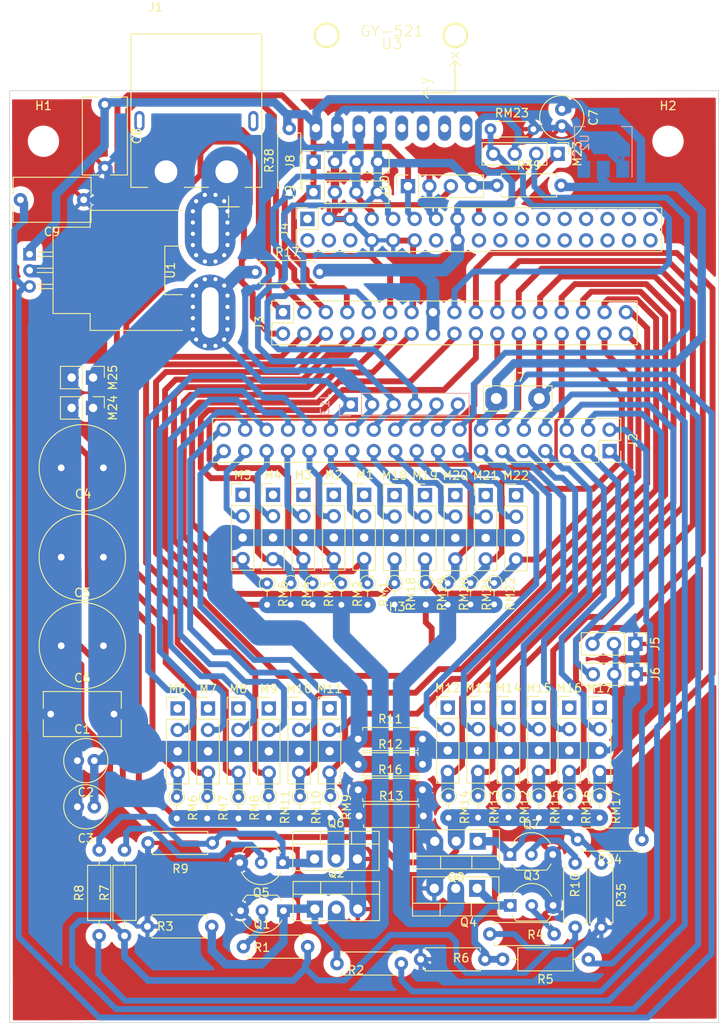
<source format=kicad_pcb>
(kicad_pcb (version 20221018) (generator pcbnew)
  (layers (0 "F.Cu" signal) (1 "In1.Cu" signal) (2 "In2.Cu" signal) (31 "B.Cu" signal) (34 "B.Paste" user) (35 "F.Paste" user) (36 "B.SilkS" user "B.Silkscreen") (37 "F.SilkS" user "F.Silkscreen") (38 "B.Mask" user) (39 "F.Mask" user) (44 "Edge.Cuts" user))
  (net 0 "")
  (net 1 "GND")
  (net 2 "L_LEG_CONTROL")
  (net 3 "L_LEG_GND")
  (net 4 "R_LEG_CONTROL")
  (net 5 "R_LEG_GND")
  (net 6 "L_ARM_CONTROL")
  (net 7 "L_ARM_GND")
  (net 8 "R_ARM_CONTROL")
  (net 9 "R_ARM_GND")
  (net 10 "Net-(J1-+)")
  (net 11 "3V3")
  (net 12 "L_TX_CURRENT")
  (net 13 "R_TX_CURRENT")
  (net 14 "L_SH_CURRENT")
  (net 15 "R_SH_CURRENT")
  (net 16 "L_ELB_CURRENT")
  (net 17 "R_ELB_CURRENT")
  (net 18 "I_SENS")
  (net 19 "SERVO_VCC")
  (net 22 "SCL")
  (net 23 "SDA")
  (net 26 "R_TX_PWM")
  (net 27 "R_SH_PWM")
  (net 28 "R_ELB_PWM")
  (net 29 "L_SH_PWM")
  (net 30 "L_TX_PWM")
  (net 31 "L_ELB_PWM")
  (net 32 "L_SH_POT")
  (net 33 "L_TX_POT")
  (net 34 "R_TX_POT")
  (net 35 "R_SH_POT")
  (net 36 "L_ELB_POT")
  (net 37 "R_ELB_POT")
  (net 38 "L_HP_POT")
  (net 39 "L_HP_PWM")
  (net 40 "L_HP_CURRENT")
  (net 41 "R_HP_POT")
  (net 42 "R_HP_PWM")
  (net 43 "R_HP_CURRENT")
  (net 44 "L_TG_POT")
  (net 45 "L_TG_PWM")
  (net 46 "L_TG_CURRENT")
  (net 47 "R_TG_POT")
  (net 48 "R_TG_PWM")
  (net 49 "R_TG_CURRENT")
  (net 50 "R_KN_POT")
  (net 51 "R_KN_PWM")
  (net 52 "R_KN_CURRENT")
  (net 53 "L_FT_POT")
  (net 54 "L_FT_PWM")
  (net 55 "L_FT_CURRENT")
  (net 56 "R_FT_POT")
  (net 57 "R_FT_PWM")
  (net 58 "R_FT_CURRENT")
  (net 59 "L_KNR_PWM")
  (net 60 "L_KN_PWM")
  (net 61 "L_ANK_PWM")
  (net 62 "R_FT_ANGLE")
  (net 63 "R_KNR_PWM")
  (net 64 "R_ANK_PWM")
  (net 65 "L_FT_ANGLE")
  (net 66 "L_KNR_POT")
  (net 67 "L_KN_POT")
  (net 68 "L_ANK_POT")
  (net 69 "R_KNR_POT")
  (net 70 "R_ANK_POT")
  (net 71 "MAIN_RX")
  (net 72 "MAIN_TX")
  (net 73 "Net-(Q1-C)")
  (net 74 "Net-(Q1-B)")
  (net 75 "Net-(Q3-C)")
  (net 76 "L_KNR_CURRENT")
  (net 77 "R_KNR_CURRENT")
  (net 78 "HD_POT")
  (net 79 "HD_PWM")
  (net 80 "HD_CURRENT")
  (net 81 "L_KN_CURRENT")
  (net 82 "L_ELBR_POT")
  (net 83 "L_ELBR_PWM")
  (net 84 "L_ELBR_CURRENT")
  (net 85 "R_ELBR_POT")
  (net 86 "R_ELBR_PWM")
  (net 87 "R_ELBR_CURRENT")
  (net 88 "L_ANK_CURRENT")
  (net 89 "R_ANK_CURRENT")
  (net 90 "L_HND_POT")
  (net 91 "L_HND_PWM")
  (net 92 "L_HND_CURRENT")
  (net 93 "R_HND_POT")
  (net 94 "R_HND_PWM")
  (net 95 "R_HND_CURRENT")
  (net 96 "Net-(Q3-B)")
  (net 97 "Net-(Q5-C)")
  (net 98 "Net-(Q5-B)")
  (net 99 "Net-(Q7-C)")
  (net 100 "SHUTOFF")
  (net 101 "Net-(Q7-B)")
  (footprint "Package_TO_SOT_THT:TO-220-3_Vertical" (layer "F.Cu") (at 98.39 130.59 180)
    (fp_text reference "Q4")
    (fp_text value "IRFZ44N")
  )
  (footprint "Resistor_THT:R_Axial_DIN0204_L3.6mm_D1.6mm_P2.54mm_Vertical" (layer "F.Cu") (at 73.5 94.42 -90)
    (fp_text reference "RM5")
    (fp_text value "Shunt_R")
  )
  (footprint "Resistor_THT:R_Axial_DIN0204_L3.6mm_D1.6mm_P2.54mm_Vertical" (layer "F.Cu") (at 77.4 119.71 -90)
    (fp_text reference "RM10")
    (fp_text value "Shunt_R")
  )
  (footprint "Connector_PinHeader_2.54mm:PinHeader_1x04_P2.54mm_Vertical" (layer "F.Cu") (at 88.6 83.96)
    (fp_text reference "M18")
    (fp_text value "Motor_Servo_with_Pot")
  )
  (footprint "Resistor_THT:R_Axial_DIN0207_L6.3mm_D2.5mm_P10.16mm_Horizontal" (layer "F.Cu") (at 56.6 136.2 90)
    (fp_text reference "R7")
    (fp_text value "1K")
  )
  (footprint "Resistor_THT:R_Axial_DIN0207_L6.3mm_D2.5mm_P7.62mm_Horizontal" (layer "F.Cu") (at 89.4 139.5 180)
    (fp_text reference "R2")
    (fp_text value "33K")
  )
  (footprint "Connector_PinHeader_2.54mm:PinHeader_1x04_P2.54mm_Vertical" (layer "F.Cu") (at 77.8 83.92)
    (fp_text reference "M3")
    (fp_text value "Motor_Servo_with_Pot")
  )
  (footprint "Capacitor_THT:C_Radial_D5.0mm_H11.0mm_P2.00mm" (layer "F.Cu") (at 108.42 38.2 -90)
    (fp_text reference "C7")
    (fp_text value "100uF")
  )
  (footprint "Connector_PinHeader_2.54mm:PinHeader_1x03_P2.54mm_Vertical" (layer "F.Cu") (at 117.18 105.2 -90)
    (fp_text reference "J6")
    (fp_text value "Conn_01x03_Male")
  )
  (footprint "Resistor_THT:R_Axial_DIN0204_L3.6mm_D1.6mm_P2.54mm_Vertical" (layer "F.Cu") (at 97.6 94.38 -90)
    (fp_text reference "RM21")
    (fp_text value "Shunt_R")
  )
  (footprint "Resistor_THT:R_Axial_DIN0204_L3.6mm_D1.6mm_P2.54mm_Vertical" (layer "F.Cu") (at 95 119.68 -90)
    (fp_text reference "RM14")
    (fp_text value "Shunt_R")
  )
  (footprint "Resistor_THT:R_Axial_DIN0207_L6.3mm_D2.5mm_P7.62mm_Horizontal" (layer "F.Cu") (at 99.89 136)
    (fp_text reference "R4")
    (fp_text value "1K")
  )
  (footprint "Connector_PinHeader_2.54mm:PinHeader_1x04_P2.54mm_Vertical" (layer "F.Cu") (at 92.2 83.96)
    (fp_text reference "M19")
    (fp_text value "Motor_Servo_with_Pot")
  )
  (footprint "Ben_modules:GY-521" (layer "F.Cu") (at 79.29 40.44 90)
    (fp_text reference "U3")
    (fp_text value "GY-521")
  )
  (footprint "TestPoint:TestPoint_2Pads_Pitch5.08mm_Drill1.3mm" (layer "F.Cu") (at 100.66 72.5)
    (fp_text reference "J7")
    (fp_text value "Conn_01x02_Male")
  )
  (footprint "Connector_PinHeader_2.54mm:PinHeader_1x04_P2.54mm_Vertical" (layer "F.Cu") (at 107.92 43.49 -90)
    (fp_text reference "M23")
    (fp_text value "Motor_Servo_with_Pot")
  )
  (footprint "Connector_PinHeader_2.54mm:PinHeader_1x03_P2.54mm_Vertical" (layer "F.Cu") (at 117.14 101.6 -90)
    (fp_text reference "J5")
    (fp_text value "Conn_01x03_Male")
  )
  (footprint "Capacitor_THT:C_Rect_L9.0mm_W5.1mm_P7.50mm_MKT" (layer "F.Cu") (at 51.77 48.94 180)
    (fp_text reference "C9")
    (fp_text value "100nF")
  )
  (footprint "Resistor_THT:R_Axial_DIN0207_L6.3mm_D2.5mm_P10.16mm_Horizontal" (layer "F.Cu") (at 111.56 139 180)
    (fp_text reference "R5")
    (fp_text value "33K")
  )
  (footprint "Package_TO_SOT_THT:TO-220-3_Vertical" (layer "F.Cu") (at 98.45 125.005 180)
    (fp_text reference "Q8")
    (fp_text value "IRFZ44N")
  )
  (footprint "Package_TO_SOT_THT:TO-92_Inline_Wide" (layer "F.Cu") (at 102.27 126.57)
    (fp_text reference "Q7")
    (fp_text value "BC337")
  )
  (footprint "Connector_PinHeader_2.54mm:PinHeader_1x04_P2.54mm_Vertical" (layer "F.Cu") (at 74.2 83.92)
    (fp_text reference "M4")
    (fp_text value "Motor_Servo_with_Pot")
  )
  (footprint "Capacitor_THT:C_Rect_L9.0mm_W5.1mm_P7.50mm_MKT" (layer "F.Cu") (at 54.27 37.63 -90)
    (fp_text reference "C8")
    (fp_text value "100nF")
  )
  (footprint "Resistor_THT:R_Axial_DIN0207_L6.3mm_D2.5mm_P7.62mm_Horizontal" (layer "F.Cu") (at 113.1 127.59 -90)
    (fp_text reference "R35")
    (fp_text value "330K")
  )
  (footprint "Connector_PinSocket_2.54mm:PinSocket_1x04_P2.54mm_Vertical" (layer "F.Cu") (at 78.99 48.04 90)
    (fp_text reference "J9")
    (fp_text value "Conn_01x04_Female")
  )
  (footprint "Resistor_THT:R_Axial_DIN0207_L6.3mm_D2.5mm_P7.62mm_Horizontal" (layer "F.Cu") (at 66.9425 135.1 180)
    (fp_text reference "R3")
    (fp_text value "330K")
  )
  (footprint "Resistor_THT:R_Axial_DIN0204_L3.6mm_D1.6mm_P5.08mm_Horizontal" (layer "F.Cu") (at 99.97 40.57)
    (fp_text reference "RM23")
    (fp_text value "Shunt_R")
  )
  (footprint "Connector_PinHeader_2.54mm:PinHeader_1x04_P2.54mm_Vertical" (layer "F.Cu") (at 94.9 109.16)
    (fp_text reference "M12")
    (fp_text value "Motor_Servo_with_Pot")
  )
  (footprint "Capacitor_THT:C_Rect_L9.0mm_W5.1mm_P7.50mm_MKT" (layer "F.Cu") (at 55.355 109.92 180)
    (fp_text reference "C1")
    (fp_text value "100nF")
  )
  (footprint "Resistor_THT:R_Axial_DIN0204_L3.6mm_D1.6mm_P2.54mm_Vertical" (layer "F.Cu") (at 66.4 119.76 -90)
    (fp_text reference "RM7")
    (fp_text value "Shunt_R")
  )
  (footprint "Connector_PinSocket_2.54mm:PinSocket_2x17_P2.54mm_Vertical" (layer "F.Cu") (at 78.28 51.21 90)
    (fp_text reference "J4")
    (fp_text value "Conn_02x17_Odd_Even")
  )
  (footprint "Connector_PinHeader_2.54mm:PinHeader_1x04_P2.54mm_Vertical" (layer "F.Cu") (at 70.1 109.26)
    (fp_text reference "M8")
    (fp_text value "Motor_Servo_with_Pot")
  )
  (footprint "Package_TO_SOT_THT:TO-220-3_Vertical" (layer "F.Cu") (at 79.12 127.1)
    (fp_text reference "Q6")
    (fp_text value "IRFZ44N")
  )
  (footprint "Resistor_THT:R_Axial_DIN0204_L3.6mm_D1.6mm_P2.54mm_Vertical" (layer "F.Cu") (at 112.9 119.68 -90)
    (fp_text reference "RM17")
    (fp_text value "Shunt_R")
  )
  (footprint "MountingHole:MountingHole_3.2mm_M3" (layer "F.Cu") (at 47 42)
    (fp_text reference "H1")
    (fp_text value "MountingHole")
  )
  (footprint "Resistor_THT:R_Axial_DIN0204_L3.6mm_D1.6mm_P2.54mm_Vertical" (layer "F.Cu") (at 105.7 119.68 -90)
    (fp_text reference "RM15")
    (fp_text value "Shunt_R")
  )
  (footprint "Resistor_THT:R_Axial_DIN0204_L3.6mm_D1.6mm_P2.54mm_Vertical" (layer "F.Cu") (at 88.6 94.4 -90)
    (fp_text reference "RM18")
    (fp_text value "Shunt_R")
  )
  (footprint "Resistor_THT:R_Axial_DIN0204_L3.6mm_D1.6mm_P2.54mm_Vertical" (layer "F.Cu") (at 85.4 94.42 -90)
    (fp_text reference "RM1")
    (fp_text value "Shunt_R")
  )
  (footprint "Resistor_THT:R_Axial_DIN0204_L3.6mm_D1.6mm_P2.54mm_Vertical" (layer "F.Cu") (at 76.3 94.42 -90)
    (fp_text reference "RM4")
    (fp_text value "Shunt_R")
  )
  (footprint "Connector_PinSocket_2.54mm:PinSocket_1x04_P2.54mm_Vertical" (layer "F.Cu") (at 90.19 47.33 90)
    (fp_text reference "J10")
    (fp_text value "Conn_01x04_Female")
  )
  (footprint "Sensor_Current:Allegro_CB_PFF" (layer "F.Cu") (at 45.355 55.4 -90)
    (fp_text reference "U1")
    (fp_text value "ACS758xCB-050B-PFF")
  )
  (footprint "Resistor_THT:R_Axial_DIN0207_L6.3mm_D2.5mm_P7.62mm_Horizontal" (layer "F.Cu") (at 72.1 57.52)
    (fp_text reference "R17")
    (fp_text value "0R")
  )
  (footprint "Connector_PinHeader_2.54mm:PinHeader_1x04_P2.54mm_Vertical" (layer "F.Cu") (at 112.9 109.16)
    (fp_text reference "M17")
    (fp_text value "Motor_Servo_with_Pot")
  )
  (footprint "MountingHole:MountingHole_3.2mm_M3" (layer "F.Cu") (at 121 42)
    (fp_text reference "H2")
    (fp_text value "MountingHole")
  )
  (footprint "Connector_PinHeader_2.54mm:PinHeader_1x04_P2.54mm_Vertical" (layer "F.Cu") (at 80.9 109.24)
    (fp_text reference "M11")
    (fp_text value "Motor_Servo_with_Pot")
  )
  (footprint "Package_TO_SOT_THT:TO-220-3_Vertical" (layer "F.Cu") (at 79.16 133.045)
    (fp_text reference "Q2")
    (fp_text value "IRFZ44N")
  )
  (footprint "Capacitor_THT:C_Radial_D10.0mm_H20.0mm_P5.00mm" (layer "F.Cu") (at 54.105 101.82 180)
    (fp_text reference "C6")
    (fp_text value "2200uF")
  )
  (footprint "Capacitor_THT:C_Radial_D5.0mm_H11.0mm_P2.00mm" (layer "F.Cu") (at 53.02 115.44 180)
    (fp_text reference "C2")
    (fp_text value "10uF")
  )
  (footprint "Connector_PinHeader_2.54mm:PinHeader_1x04_P2.54mm_Vertical" (layer "F.Cu") (at 73.7 109.26)
    (fp_text reference "M9")
    (fp_text value "Motor_Servo_with_Pot")
  )
  (footprint "Resistor_THT:R_Axial_DIN0204_L3.6mm_D1.6mm_P2.54mm_Vertical" (layer "F.Cu") (at 73.7 119.68 -90)
    (fp_text reference "RM11")
    (fp_text value "Shunt_R")
  )
  (footprint "Resistor_THT:R_Axial_DIN0207_L6.3mm_D2.5mm_P7.62mm_Horizontal" (layer "F.Cu") (at 100.72 47.23)
    (fp_text reference "R39")
    (fp_text value "4k7")
  )
  (footprint "Connector_PinHeader_2.54mm:PinHeader_1x04_P2.54mm_Vertical" (layer "F.Cu") (at 98.5 109.16)
    (fp_text reference "M13")
    (fp_text value "Motor_Servo_with_Pot")
  )
  (footprint "Connector_PinHeader_2.54mm:PinHeader_1x04_P2.54mm_Vertical" (layer "F.Cu") (at 95.8 83.96)
    (fp_text reference "M20")
    (fp_text value "Motor_Servo_with_Pot")
  )
  (footprint "Connector_PinHeader_2.54mm:PinHeader_1x04_P2.54mm_Vertical" (layer "F.Cu") (at 105.7 109.16)
    (fp_text reference "M15")
    (fp_text value "Motor_Servo_with_Pot")
  )
  (footprint "Package_TO_SOT_THT:TO-92_Inline_Wide" (layer "F.Cu") (at 75.34 127.54 180)
    (fp_text reference "Q5")
    (fp_text value "BC337")
  )
  (footprint "Connector_PinHeader_2.54mm:PinHeader_1x04_P2.54mm_Vertical" (layer "F.Cu") (at 85 83.92)
    (fp_text reference "M1")
    (fp_text value "Motor_Servo_with_Pot")
  )
  (footprint "Resistor_THT:R_Axial_DIN0204_L3.6mm_D1.6mm_P2.54mm_Vertical" (layer "F.Cu") (at 94.9 94.4 -90)
    (fp_text reference "RM20")
    (fp_text value "Shunt_R")
  )
  (footprint "Connector_PinHeader_2.54mm:PinHeader_1x04_P2.54mm_Vertical" (layer "F.Cu") (at 70.6 83.92)
    (fp_text reference "M5")
    (fp_text value "Motor_Servo_with_Pot")
  )
  (footprint "Connector_PinSocket_2.54mm:PinSocket_2x17_P2.54mm_Vertical" (layer "F.Cu") (at 75.38 62.27 90)
    (fp_text reference "J3")
    (fp_text value "Conn_02x17_Odd_Even")
  )
  (footprint "Resistor_THT:R_Axial_DIN0204_L3.6mm_D1.6mm_P2.54mm_Vertical" (layer "F.Cu") (at 109.4 119.68 -90)
    (fp_text reference "RM16")
    (fp_text value "Shunt_R")
  )
  (footprint "Package_TO_SOT_THT:TO-92_Inline_Wide" (layer "F.Cu") (at 102.31 132.61)
    (fp_text reference "Q3")
    (fp_text value "BC337")
  )
  (footprint "Resistor_THT:R_Axial_DIN0204_L3.6mm_D1.6mm_P2.54mm_Vertical" (layer "F.Cu") (at 102.1 119.66 -90)
    (fp_text reference "RM12")
    (fp_text value "Shunt_R")
  )
  (footprint "Connector_PinHeader_2.54mm:PinHeader_1x04_P2.54mm_Vertical" (layer "F.Cu") (at 109.3 109.16)
    (fp_text reference "M16")
    (fp_text value "Motor_Servo_with_Pot")
  )
  (footprint "Connector_PinHeader_2.54mm:PinHeader_1x04_P2.54mm_Vertical" (layer "F.Cu") (at 62.9 109.26)
    (fp_text reference "M6")
    (fp_text value "Motor_Servo_with_Pot")
  )
  (footprint "Package_TO_SOT_THT:TO-92_Inline_Wide" (layer "F.Cu") (at 75.44 133.24 180)
    (fp_text reference "Q1")
    (fp_text value "BC337")
  )
  (footprint "Resistor_THT:R_Axial_DIN0204_L3.6mm_D1.6mm_P2.54mm_Vertical" (layer "F.Cu") (at 92.3 94.4 -90)
    (fp_text reference "RM19")
    (fp_text value "Shunt_R")
  )
  (footprint "Connector_PinHeader_2.54mm:PinHeader_1x04_P2.54mm_Vertical" (layer "F.Cu") (at 66.5 109.26)
    (fp_text reference "M7")
    (fp_text value "Motor_Servo_with_Pot")
  )
  (footprint "Connector_PinHeader_2.54mm:PinHeader_1x04_P2.54mm_Vertical" (layer "F.Cu") (at 99.4 83.96)
    (fp_text reference "M21")
    (fp_text value "Motor_Servo_with_Pot")
  )
  (footprint "Resistor_THT:R_Axial_DIN0207_L6.3mm_D2.5mm_P7.62mm_Horizontal" (layer "F.Cu") (at 67.01 125.2 180)
    (fp_text reference "R9")
    (fp_text value "330K")
  )
  (footprint "Capacitor_THT:C_Radial_D10.0mm_H20.0mm_P5.00mm" (layer "F.Cu") (at 54.105 91.32 180)
    (fp_text reference "C5")
    (fp_text value "1800uF")
  )
  (footprint "Resistor_THT:R_Axial_DIN0204_L3.6mm_D1.6mm_P2.54mm_Vertical" (layer "F.Cu") (at 82.3 94.42 -90)
    (fp_text reference "RM2")
    (fp_text value "Shunt_R")
  )
  (footprint "Connector_PinHeader_2.54mm:PinHeader_1x02_P2.54mm_Vertical" (layer "F.Cu") (at 52.88 73.62 -90)
    (fp_text reference "M24")
    (fp_text value "Fan")
  )
  (footprint "Resistor_THT:R_Axial_DIN0204_L3.6mm_D1.6mm_P2.54mm_Vertical" (layer "F.Cu") (at 78.9 94.42 -90)
    (fp_text reference "RM3")
    (fp_text value "Shunt_R")
  )
  (footprint "Resistor_THT:R_Axial_DIN0207_L6.3mm_D2.5mm_P7.62mm_Horizontal" (layer "F.Cu") (at 84.29 118.9)
    (fp_text reference "R16")
    (fp_text value "0R")
  )
  (footprint "Connector_PinHeader_2.54mm:PinHeader_1x02_P2.54mm_Vertical" (layer "F.Cu") (at 52.88 70.02 -90)
    (fp_text reference "M25")
    (fp_text value "Fan")
  )
  (footprint "Connector_PinSocket_2.54mm:PinSocket_2x19_P2.54mm_Vertical" (layer "F.Cu") (at 114.08 78.74 -90)
    (fp_text reference "J2")
    (fp_text value "Conn_02x19_Odd_Even")
  )
  (footprint "Resistor_THT:R_Axial_DIN0204_L3.6mm_D1.6mm_P2.54mm_Vertical" (layer "F.Cu") (at 100.4 94.38 -90)
    (fp_text reference "RM22")
    (fp_text value "Shunt_R")
  )
  (footprint "Connector_PinSocket_2.54mm:PinSocket_1x04_P2.54mm_Vertical" (layer "F.Cu") (at 79.01 44.44 90)
    (fp_text reference "J8")
    (fp_text value "Conn_01x04_Female")
  )
  (footprint "Capacitor_THT:C_Radial_D5.0mm_H11.0mm_P2.00mm" (layer "F.Cu") (at 53.02 120.91 180)
    (fp_text reference "C3")
    (fp_text value "100uF")
  )
  (footprint "Capacitor_THT:C_Radial_D10.0mm_H20.0mm_P5.00mm" (layer "F.Cu") (at 54.105 80.72 180)
    (fp_text reference "C4")
    (fp_text value "1800uF")
  )
  (footprint "Resistor_THT:R_Axial_DIN0207_L6.3mm_D2.5mm_P7.62mm_Horizontal" (layer "F.Cu") (at 117.91 124.8 180)
    (fp_text reference "R34")
    (fp_text value "33K")
  )
  (footprint "Connector_PinHeader_2.54mm:PinHeader_1x04_P2.54mm_Vertical" (layer "F.Cu") (at 103 83.98)
    (fp_text reference "M22")
    (fp_text value "Motor_Servo_with_Pot")
  )
  (footprint "Ben_modules:AMASS_XT60PW-M" (layer "F.Cu") (at 65.12 39.61575)
    (fp_text reference "J1")
    (fp_text value "XT60PW-M")
  )
  (footprint "Resistor_THT:R_Axial_DIN0204_L3.6mm_D1.6mm_P2.54mm_Vertical" (layer "F.Cu") (at 81 119.68 -90)
    (fp_text reference "RM9")
    (fp_text value "Shunt_R")
  )
  (footprint "Connector_PinHeader_2.54mm:PinHeader_1x04_P2.54mm_Vertical" (layer "F.Cu") (at 102.1 109.16)
    (fp_text reference "M14")
    (fp_text value "Motor_Servo_with_Pot")
  )
  (footprint "Resistor_THT:R_Axial_DIN0207_L6.3mm_D2.5mm_P7.62mm_Horizontal" (layer "F.Cu") (at 76.12 48.1 90)
    (fp_text reference "R38")
    (fp_text value "4k7")
  )
  (footprint "Resistor_THT:R_Axial_DIN0207_L6.3mm_D2.5mm_P7.62mm_Horizontal" (layer "F.Cu") (at 78.31 137.5 180)
    (fp_text reference "R1")
    (fp_text value "1K")
  )
  (footprint "Resistor_THT:R_Axial_DIN0207_L6.3mm_D2.5mm_P7.62mm_Horizontal" (layer "F.Cu") (at 84.39 122)
    (fp_text reference "R13")
    (fp_text value "0R")
  )
  (footprint "Resistor_THT:R_Axial_DIN0207_L6.3mm_D2.5mm_P10.16mm_Horizontal" (layer "F.Cu") (at 53.6 136.2 90)
    (fp_text reference "R8")
    (fp_text value "33K")
  )
  (footprint "Resistor_THT:R_Axial_DIN0204_L3.6mm_D1.6mm_P2.54mm_Vertical" (layer "F.Cu") (at 98.5 119.66 -90)
    (fp_text reference "RM13")
    (fp_text value "Shunt_R")
  )
  (footprint "Resistor_THT:R_Axial_DIN0207_L6.3mm_D2.5mm_P7.62mm_Horizontal" (layer "F.Cu") (at 84.29 112.88)
    (fp_text reference "R11")
    (fp_text value "0R")
  )
  (footprint "Resistor_THT:R_Axial_DIN0207_L6.3mm_D2.5mm_P7.62mm_Horizontal" (layer "F.Cu") (at 99.31 139 180)
    (fp_text reference "R6")
    (fp_text value "330K")
  )
  (footprint "Resistor_THT:R_Axial_DIN0207_L6.3mm_D2.5mm_P7.62mm_Horizontal" (layer "F.Cu") (at 110 135.21 90)
    (fp_text reference "R10")
    (fp_text value "1K")
  )
  (footprint "MountingHole:MountingHole_3.2mm_M3" (layer "F.Cu") (at 88.9 101.4)
    (fp_text reference "H3")
    (fp_text value "MountingHole")
  )
  (footprint "Resistor_THT:R_Axial_DIN0207_L6.3mm_D2.5mm_P7.62mm_Horizontal" (layer "F.Cu") (at 84.3 115.88)
    (fp_text reference "R12")
    (fp_text value "0R")
  )
  (footprint "Connector_PinHeader_2.54mm:PinHeader_1x04_P2.54mm_Vertical" (layer "F.Cu") (at 81.4 83.92)
    (fp_text reference "M2")
    (fp_text value "Motor_Servo_with_Pot")
  )
  (footprint "Resistor_THT:R_Axial_DIN0204_L3.6mm_D1.6mm_P2.54mm_Vertical" (layer "F.Cu") (at 70.1 119.76 -90)
    (fp_text reference "RM8")
    (fp_text value "Shunt_R")
  )
  (footprint "Resistor_THT:R_Axial_DIN0204_L3.6mm_D1.6mm_P2.54mm_Vertical" (layer "F.Cu") (at 62.8 119.76 -90)
    (fp_text reference "RM6")
    (fp_text value "Shunt_R")
  )
  (footprint "Connector_PinHeader_2.54mm:PinHeader_1x04_P2.54mm_Vertical" (layer "F.Cu") (at 77.3 109.26)
    (fp_text reference "M10")
    (fp_text value "Motor_Servo_with_Pot")
  )
  (footprint "Package_TO_SOT_SMD:SOT-223-3_TabPin2" (layer "B.Cu") (at 113.33 42.17 90)
    (fp_text reference "U2")
    (fp_text value "AMS1117-3.3")
  )
  (footprint "Connector_PinSocket_2.54mm:PinSocket_1x06_P2.54mm_Vertical" (layer "B.Cu") (at 83.41 73.22 -90)
    (fp_text reference "J13")
    (fp_text value "Conn_01x06_Socket")
  )
  (gr_rect (start 43 36) (end 127 146.5) (stroke (width 0.1)) (fill none) (layer "Edge.Cuts"))
  (segment (start 83.36 51.21) (end 80.82 51.21) (width 0.7) (layer "F.Cu") (net 1))
  (segment (start 97.29 44.1) (end 94.59 44.1) (width 0.7) (layer "F.Cu") (net 1))
  (segment (start 91.89 118.88) (end 91.91 118.9) (width 2) (layer "F.Cu") (net 1))
  (segment (start 105.35 40.53) (end 103.81 42.07) (width 0.7) (layer "F.Cu") (net 1))
  (segment (start 83.33 51.24) (end 83.36 51.21) (width 0.7) (layer "F.Cu") (net 1))
  (segment (start 88.44 53.75) (end 88.47 53.78) (width 0.7) (layer "F.Cu") (net 1))
  (segment (start 80.82 51.21) (end 80.85 51.24) (width 0.7) (layer "F.Cu") (net 1))
  (segment (start 92.73 45.96) (end 92.73 47.33) (width 0.7) (layer "F.Cu") (net 1))
  (segment (start 94.59 44.1) (end 92.73 45.96) (width 0.7) (layer "F.Cu") (net 1))
  (segment (start 90.95 53.78) (end 90.8 53.93) (width 0.7) (layer "F.Cu") (net 1))
  (segment (start 84.31 118.88) (end 91.89 118.88) (width 2) (layer "F.Cu") (net 1))
  (segment (start 84.29 118.9) (end 84.31 118.88) (width 2) (layer "F.Cu") (net 1))
  (segment (start 99.32 42.07) (end 97.29 44.1) (width 0.7) (layer "F.Cu") (net 1))
  (segment (start 103.81 42.07) (end 99.32 42.07) (width 0.7) (layer "F.Cu") (net 1))
  (segment (start 80.85 51.24) (end 83.33 51.24) (width 0.7) (layer "F.Cu") (net 1))
  (segment (start 81.53 48.04) (end 81.5 48.07) (width 0.7) (layer "F.Cu") (net 1))
  (segment (start 81.53 48.04) (end 81.53 47.37) (width 1) (layer "F.Cu") (net 1))
  (segment (start 81.54 47.36) (end 81.54 45.3) (width 1) (layer "F.Cu") (net 1))
  (segment (start 84.39 122) (end 92.01 122) (width 2) (layer "F.Cu") (net 1))
  (segment (start 90.8 53.93) (end 90.8 62.09) (width 0.7) (layer "F.Cu") (net 1))
  (segment (start 90.8 62.09) (end 90.62 62.27) (width 0.7) (layer "F.Cu") (net 1))
  (segment (start 81.53 47.37) (end 81.54 47.36) (width 1) (layer "F.Cu") (net 1))
  (segment (start 88.47 53.78) (end 90.95 53.78) (width 0.7) (layer "F.Cu") (net 1))
  (segment (start 80.82 51.21) (end 81.53 50.5) (width 0.7) (layer "F.Cu") (net 1))
  (segment (start 81.53 50.5) (end 81.53 48.04) (width 0.7) (layer "F.Cu") (net 1))
  (segment (start 107.35 128.61) (end 107.35 126.57) (width 2) (layer "B.Cu") (net 1))
  (segment (start 85.9 73.9) (end 83.6 76.2) (width 0.7) (layer "B.Cu") (net 1))
  (segment (start 45.455 57.41) (end 52.63 57.41) (width 1.5) (layer "B.Cu") (net 1))
  (segment (start 72.97 49.24) (end 72.97 54.97) (width 0.7) (layer "B.Cu") (net 1))
  (segment (start 81.9 40.51) (end 81.9 42.75) (width 1) (layer "B.Cu") (net 1))
  (segment (start 83.6725 130.2) (end 69.3325 130.2) (width 2) (layer "B.Cu") (net 1))
  (segment (start 73.35 69.18) (end 82.46 69.18) (width 0.7) (layer "B.Cu") (net 1))
  (segment (start 45.355 57.31) (end 45.455 57.41) (width 1.5) (layer "B.Cu") (net 1))
  (segment (start 81.9 42.75) (end 81.9 44.09) (width 1) (layer "B.Cu") (net 1))
  (segment (start 92.73 50.42) (end 93.52 51.21) (width 0.7) (layer "B.Cu") (net 1))
  (segment (start 99.71 127.55) (end 101.41 129.25) (width 2) (layer "B.Cu") (net 1))
  (segment (start 61.9 45.6) (end 58.5 49) (width 1) (layer "B.Cu") (net 1))
  (segment (start 81.83 40.44) (end 81.9 40.51) (width 1) (layer "B.Cu") (net 1))
  (segment (start 107.39 130.6) (end 107.39 132.61) (width 2) (layer "B.Cu") (net 1))
  (segment (start 84.2 119.1) (end 84.4 118.9) (width 2) (layer "B.Cu") (net 1))
  (segment (start 61.28425 45.61575) (end 53.8 53.1) (width 6) (layer "B.Cu") (net 1))
  (segment (start 48.15 64.23) (end 48.15 111.45) (width 6) (layer "B.Cu") (net 1))
  (segment (start 94.39 141.7) (end 106.61 141.7) (width 0.8) (layer "B.Cu") (net 1))
  (segment (start 105.35 40.12) (end 105.35 40.53) (width 0.7) (layer "B.Cu") (net 1))
  (segment (start 108.42 40.2) (end 109.04 40.2) (width 0.7) (layer "B.Cu") (net 1))
  (segment (start 73.9 44.7) (end 73.9 48.31) (width 0.7) (layer "B.Cu") (net 1))
  (segment (start 48.605 128.005) (end 51 130.4) (width 6) (layer "B.Cu") (net 1))
  (segment (start 92.73 47.33) (end 92.73 50.42) (width 0.7) (layer "B.Cu") (net 1))
  (segment (start 69.2325 130.1) (end 68.9325 130.4) (width 2) (layer "B.Cu") (net 1))
  (segment (start 48.605 111.905) (end 48.605 117.076855) (width 6) (layer "B.Cu") (net 1))
  (segment (start 105.35 40.53) (end 105.48 40.4) (width 0.7) (layer "B.Cu") (net 1))
  (segment (start 54.7 45.15) (end 54.7 48.9) (width 1) (layer "B.Cu") (net 1))
  (segment (start 107.39 128.65) (end 107.39 130.6) (width 2) (layer "B.Cu") (net 1))
  (segment (start 113.1 134.81) (end 113.1 131.9) (width 1) (layer "B.Cu") (net 1))
  (segment (start 70.92 60.29) (end 70.92 66.75) (width 0.7) (layer "B.Cu") (net 1))
  (segment (start 84.2 127.1) (end 84.2 129.6725) (width 2) (layer "B.Cu") (net 1))
  (segment (start 81.9 44.09) (end 81.54 44.45) (width 1) (layer "B.Cu") (net 1))
  (segment (start 93.37 125.005) (end 93.37 127.55) (width 2) (layer "B.Cu") (net 1))
  (segment (start 69.2525 128.5475) (end 70.26 127.54) (width 2) (layer "B.Cu") (net 1))
  (segment (start 83.36 51.21) (end 85.9 53.75) (width 0.7) (layer "B.Cu") (net 1))
  (segment (start 59.3225 135.1) (end 59.3225 131.39) (width 0.7) (layer "B.Cu") (net 1))
  (segment (start 48.15 111.45) (end 48.605 111.905) (width 6) (layer "B.Cu") (net 1))
  (segment (start 101.41 129.25) (end 106.71 129.25) (width 2) (layer "B.Cu") (net 1))
  (segment (start 59.39 125.2) (end 59.39 129.3425) (width 0.7) (layer "B.Cu") (net 1))
  (segment (start 91.69 139) (end 94.39 141.7) (width 0.8) (layer "B.Cu") (net 1))
  (segment (start 81.9 42.75) (end 81.84 42.81) (width 0.8) (layer "B.Cu") (net 1))
  (segment (start 113.2 42.5) (end 115.63 44.93) (width 0.7) (layer "B.Cu") (net 1))
  (segment (start 84.2 129.6725) (end 83.6725 130.2) (width 2) (layer "B.Cu") (net 1))
  (segment (start 103.36 38.13) (end 105.35 40.12) (width 0.7) (layer "B.Cu") (net 1))
  (segment (start 69.2525 131.06) (end 69.2525 132.1325) (width 2) (layer "B.Cu") (net 1))
  (segment (start 117.28 101.6) (end 117.28 105.2) (width 0.7) (layer "B.Cu") (net 1))
  (segment (start 72.6 41.6) (end 73.9 42.9) (width 0.7) (layer "B.Cu") (net 1))
  (segment (start 82.46 69.18) (end 85.9 72.62) (width 0.7) (layer "B.Cu") (net 1))
  (segment (start 70.92 66.75) (end 73.35 69.18) (width 0.7) (layer "B.Cu") (net 1))
  (segment (start 54.7 130.4) (end 58.3325 130.4) (width 6) (layer "B.Cu") (net 1))
  (segment (start 81.83 38.85) (end 82.55 38.13) (width 0.7) (layer "B.Cu") (net 1))
  (segment (start 71.89 59.32) (end 70.92 60.29) (width 0.7) (layer "B.Cu") (net 1))
  (segment (start 59.39 129.3425) (end 58.3325 130.4) (width 0.7) (layer "B.Cu") (net 1))
  (segment (start 75.79 42.81) (end 73.9 44.7) (width 0.8) (layer "B.Cu") (net 1))
  (segment (start 65.9 41.6) (end 72.6 41.6) (width 0.7) (layer "B.Cu") (net 1))
  (segment (start 109.04 40.2) (end 111.34 42.5) (width 0.7) (layer "B.Cu") (net 1))
  (segment (start 73.9 42.9) (end 73.9 44.7) (width 0.7) (layer "B.Cu") (net 1))
  (segment (start 85.9 72.62) (end 85.9 73.9) (width 0.7) (layer "B.Cu") (net 1))
  (segment (start 113.1 131.9) (end 111.8 130.6) (width 1) (layer "B.Cu") (net 1))
  (segment (start 107.35 128.61) (end 107.39 128.65) (width 2) (layer "B.Cu") (net 1))
  (segment (start 51 130.4) (end 54.7 130.4) (width 6) (layer "B.Cu") (net 1))
  (segment (start 72.4 59.32) (end 71.89 59.32) (width 0.7) (layer "B.Cu") (net 1))
  (segment (start 92.1 118.98) (end 92.02 118.9) (width 2) (layer "B.Cu") (net 1))
  (segment (start 82.55 38.13) (end 103.36 38.13) (width 0.7) (layer "B.Cu") (net 1))
  (segment (start 84.2 127.1) (end 84.2 119.1) (width 2) (layer "B.Cu") (net 1))
  (segment (start 111.8 130.6) (end 107.39 130.6) (width 1) (layer "B.Cu") (net 1))
  (segment (start 69.2325 130.1) (end 69.2925 130.16) (width 2) (layer "B.Cu") (net 1))
  (segment (start 54.7 48.9) (end 54.6 49) (width 1) (layer "B.Cu") (net 1))
  (segment (start 69.2525 132.1325) (end 70.36 133.24) (width 2) (layer "B.Cu") (net 1))
  (segment (start 58.5 49) (end 54.6 49) (width 1) (layer "B.Cu") (net 1))
  (segment (start 73.97 55.97) (end 73.97 57.75) (width 0.7) (layer "B.Cu") (net 1))
  (segment (start 93.37 130.53) (end 93.31 130.59) (width 2) (layer "B.Cu") (net 1))
  (segment (start 53.8 58.58) (end 48.15 64.23) (width 6) (layer "B.Cu") (net 1))
  (segment (start 108.22 40.4) (end 108.42 40.2) (width 0.7) (layer "B.Cu") (net 1))
  (segment (start 115.63 44.93) (end 115.63 45.32) (width 0.7) (layer "B.Cu") (net 1))
  (segment (start 68.9325 130.4) (end 67.9325 130.4) (width 2) (layer "B.Cu") (net 1))
  (segment (start 116 108.1) (end 116 129) (width 0.7) (layer "B.Cu") (net 1))
  (segment (start 93.37 127.55) (end 99.71 127.55) (width 2) (layer "B.Cu") (net 1))
  (segment (start 81.84 42.81) (end 75.79 42.81) (width 0.8) (layer "B.Cu") (net 1))
  (segment (start 106.71 129.25) (end 107.35 128.61) (width 2) (layer "B.Cu") (net 1))
  (segment (start 105.48 40.4) (end 108.22 40.4) (width 0.7) (layer "B.Cu") (net 1))
  (segment (start 106.61 141.7) (end 113.1 135.21) (width 0.8) (layer "B.Cu") (net 1))
  (segment (start 59.3225 131.39) (end 58.3325 130.4) (width 0.7) (layer "B.Cu") (net 1))
  (segment (start 55.2 130.9) (end 54.7 130.4) (width 1) (layer "B.Cu") (net 1))
  (segment (start 53.8 53.1) (end 53.8 58.58) (width 6) (layer "B.Cu") (net 1))
  (segment (start 72.97 54.97) (end 73.97 55.97) (width 0.7) (layer "B.Cu") (net 1))
  (segment (start 93.37 127.55) (end 93.37 130.53) (width 2) (layer "B.Cu") (net 1))
  (segment (start 61.52 45.61575) (end 61.28425 45.61575) (width 6) (layer "B.Cu") (net 1))
  (segment (start 69.3325 130.2) (end 69.2325 130.1) (width 2) (layer "B.Cu") (net 1))
  (segment (start 92.1 123.735) (end 92.1 118.98) (width 2) (layer "B.Cu") (net 1))
  (segment (start 111.34 42.5) (end 113.2 42.5) (width 0.7) (layer "B.Cu") (net 1))
  (segment (start 73.9 48.31) (end 72.97 49.24) (width 0.7) (layer "B.Cu") (net 1))
  (segment (start 83.6725 130.2) (end 84.24 130.7675) (width 2) (layer "B.Cu") (net 1))
  (segment (start 117.28 106.82) (end 116 108.1) (width 0.7) (layer "B.Cu") (net 1))
  (segment (start 69.2525 130.94) (end 69.2525 128.5475) (width 2) (layer "B.Cu") (net 1))
  (segment (start 48.605 119.263145) (end 48.605 128.005) (width 6) (layer "B.Cu") (net 1))
  (segment (start 52.63 57.41) (end 53.8 58.58) (width 1.5) (layer "B.Cu") (net 1))
  (segment (start 58.3325 130.4) (end 67.9325 130.4) (width 6) (layer "B.Cu") (net 1))
  (segment (start 53 49) (end 54.6 49) (width 1) (layer "B.Cu") (net 1))
  (segment (start 73.97 57.75) (end 72.4 59.32) (width 0.7) (layer "B.Cu") (net 1))
  (segment (start 81.83 40.44) (end 81.83 38.85) (width 0.7) (layer "B.Cu") (net 1))
  (segment (start 116 129) (end 113.1 131.9) (width 0.7) (layer "B.Cu") (net 1))
  (segment (start 117.28 105.2) (end 117.28 106.82) (width 0.7) (layer "B.Cu") (net 1))
  (segment (start 84.24 130.7675) (end 84.24 133.045) (width 2) (layer "B.Cu") (net 1))
  (segment (start 93.37 125.005) (end 92.1 123.735) (width 2) (layer "B.Cu") (net 1))
  (segment (start 61.9 45.6) (end 65.9 41.6) (width 0.7) (layer "B.Cu") (net 1))
  (segment (start 53.5 140.7) (end 53.5 136.3) (width 0.7) (layer "B.Cu") (net 2))
  (segment (start 122.99 75.29) (end 122.99 134.9) (width 0.7) (layer "B.Cu") (net 2))
  (segment (start 53.5 136.3) (end 53.6 136.2) (width 0.8) (layer "B.Cu") (net 2))
  (segment (start 106.46 75.14) (end 109.58 72.02) (width 0.7) (layer "B.Cu") (net 2))
  (segment (start 122.99 134.9) (end 113.99 143.9) (width 0.7) (layer "B.Cu") (net 2))
  (segment (start 56.7 143.9) (end 53.5 140.7) (width 0.7) (layer "B.Cu") (net 2))
  (segment (start 106.46 76.2) (end 106.46 75.14) (width 0.7) (layer "B.Cu") (net 2))
  (segment (start 113.99 143.9) (end 56.7 143.9) (width 0.7) (layer "B.Cu") (net 2))
  (segment (start 119.72 72.02) (end 122.99 75.29) (width 0.7) (layer "B.Cu") (net 2))
  (segment (start 109.58 72.02) (end 119.72 72.02) (width 0.7) (layer "B.Cu") (net 2))
  (segment (start 48.34 64.11) (end 48.34 75.36) (width 0.7) (layer "F.Cu") (net 3))
  (segment (start 73.6 55.5) (end 73.6 44.85) (width 0.7) (layer "F.Cu") (net 3))
  (segment (start 58.3 117.8) (end 62.8 122.3) (width 0.7) (layer "F.Cu") (net 3))
  (segment (start 57.05 55.4) (end 48.34 64.11) (width 0.7) (layer "F.Cu") (net 3))
  (segment (start 74.3 39) (end 72.79 37.49) (width 0.7) (layer "F.Cu") (net 3))
  (segment (start 57.05 38.3) (end 57.05 55.4) (width 0.7) (layer "F.Cu") (net 3))
  (segment (start 77.92 62.27) (end 77.92 61.65) (width 0.7) (layer "F.Cu") (net 3))
  (segment (start 74.3 44.15) (end 74.3 39) (width 0.7) (layer "F.Cu") (net 3))
  (segment (start 52.26 94.7) (end 58.3 100.74) (width 0.7) (layer "F.Cu") (net 3))
  (segment (start 72.79 37.49) (end 57.86 37.49) (width 0.7) (layer "F.Cu") (net 3))
  (segment (start 48.34 75.36) (end 52.26 79.28) (width 0.7) (layer "F.Cu") (net 3))
  (segment (start 73.6 44.85) (end 74.3 44.15) (width 0.7) (layer "F.Cu") (net 3))
  (segment (start 77.92 61.65) (end 75.19 58.92) (width 0.7) (layer "F.Cu") (net 3))
  (segment (start 57.86 37.49) (end 57.05 38.3) (width 0.7) (layer "F.Cu") (net 3))
  (segment (start 52.26 79.28) (end 52.26 94.7) (width 0.7) (layer "F.Cu") (net 3))
  (segment (start 75.19 58.92) (end 75.19 57.09) (width 0.7) (layer "F.Cu") (net 3))
  (segment (start 75.19 57.09) (end 73.6 55.5) (width 0.7) (layer "F.Cu") (net 3))
  (segment (start 58.3 100.74) (end 58.3 117.8) (width 0.7) (layer "F.Cu") (net 3))
  (segment (start 81.66 123.06) (end 80.9 122.3) (width 2) (layer "B.Cu") (net 3))
  (segment (start 62.8 122.3) (end 80.9 122.3) (width 2) (layer "B.Cu") (net 3))
  (segment (start 80.9 122.3) (end 81 122.3) (width 2) (layer "B.Cu") (net 3))
  (segment (start 81.66 127.1) (end 81.66 123.06) (width 2) (layer "B.Cu") (net 3))
  (segment (start 118.42 78.7) (end 118.42 98.895) (width 0.7) (layer "B.Cu") (net 4))
  (segment (start 118.42 98.895) (end 118.9 99.375) (width 0.7) (layer "B.Cu") (net 4))
  (segment (start 118.9 99.375) (end 118.9 108.8) (width 0.7) (layer "B.Cu") (net 4))
  (segment (start 114.08 76.2) (end 115.92 76.2) (width 0.7) (layer "B.Cu") (net 4))
  (segment (start 115.92 76.2) (end 118.42 78.7) (width 0.7) (layer "B.Cu") (net 4))
  (segment (start 118.9 108.8) (end 117.91 109.79) (width 0.7) (layer "B.Cu") (net 4))
  (segment (start 117.91 109.79) (end 117.91 124.8) (width 0.7) (layer "B.Cu") (net 4))
  (segment (start 50.79 79.77) (end 47.11 76.09) (width 0.7) (layer "F.Cu") (net 5))
  (segment (start 47.11 76.09) (end 47.11 57.19) (width 0.7) (layer "F.Cu") (net 5))
  (segment (start 95.91 125.005) (end 95.91 126.15) (width 0.7) (layer "F.Cu") (net 5))
  (segment (start 77.47 38.76) (end 77.47 43.01) (width 0.7) (layer "F.Cu") (net 5))
  (segment (start 95.91 126.15) (end 94.56 127.5) (width 0.7) (layer "F.Cu") (net 5))
  (segment (start 74.55 45.93) (end 74.55 55.037208) (width 0.7) (layer "F.Cu") (net 5))
  (segment (start 50.79 101.27) (end 50.79 79.77) (width 0.7) (layer "F.Cu") (net 5))
  (segment (start 75.26 36.55) (end 77.47 38.76) (width 0.7) (layer "F.Cu") (net 5))
  (segment (start 57.02 36.55) (end 75.26 36.55) (width 0.7) (layer "F.Cu") (net 5))
  (segment (start 86 124.5) (end 70.4 124.5) (width 0.7) (layer "F.Cu") (net 5))
  (segment (start 53 103.48) (end 50.79 101.27) (width 0.7) (layer "F.Cu") (net 5))
  (segment (start 80.46 62.07) (end 80.46 62.27) (width 0.7) (layer "F.Cu") (net 5))
  (segment (start 60.92 123.75) (end 56.4 119.23) (width 0.7) (layer "F.Cu") (net 5))
  (segment (start 74.55 55.037208) (end 76.717208 57.204416) (width 0.7) (layer "F.Cu") (net 5))
  (segment (start 76.717208 57.204416) (end 76.717208 58.327208) (width 0.7) (layer "F.Cu") (net 5))
  (segment (start 69.65 123.75) (end 60.92 123.75) (width 0.7) (layer "F.Cu") (net 5))
  (segment (start 89 127.5) (end 86 124.5) (width 0.7) (layer "F.Cu") (net 5))
  (segment (start 55.77 48.53) (end 55.77 37.8) (width 0.7) (layer "F.Cu") (net 5))
  (segment (start 53 110.5) (end 53 103.48) (width 0.7) (layer "F.Cu") (net 5))
  (segment (start 70.4 124.5) (end 69.65 123.75) (width 0.7) (layer "F.Cu") (net 5))
  (segment (start 56.4 119.23) (end 56.4 113.9) (width 0.7) (layer "F.Cu") (net 5))
  (segment (start 55.77 37.8) (end 57.02 36.55) (width 0.7) (layer "F.Cu") (net 5))
  (segment (start 76.717208 58.327208) (end 80.46 62.07) (width 0.7) (layer "F.Cu") (net 5))
  (segment (start 77.47 43.01) (end 74.55 45.93) (width 0.7) (layer "F.Cu") (net 5))
  (segment (start 56.4 113.9) (end 53 110.5) (width 0.7) (layer "F.Cu") (net 5))
  (segment (start 94.56 127.5) (end 89 127.5) (width 0.7) (layer "F.Cu") (net 5))
  (segment (start 47.11 57.19) (end 55.77 48.53) (width 0.7) (layer "F.Cu") (net 5))
  (segment (start 95.91 125.005) (end 95.91 123.1925) (width 2) (layer "B.Cu") (net 5))
  (segment (start 95 122.2) (end 98.5 122.2) (width 2) (layer "B.Cu") (net 5))
  (segment (start 98.5 122.2) (end 109.38 122.2) (width 2) (layer "B.Cu") (net 5))
  (segment (start 95.91 123.1925) (end 96.9025 122.2) (width 2) (layer "B.Cu") (net 5))
  (segment (start 109.38 122.2) (end 109.4 122.22) (width 2) (layer "B.Cu") (net 5))
  (segment (start 109.4 122.22) (end 112.9 122.22) (width 2) (layer "B.Cu") (net 5))
  (segment (start 96.9025 122.2) (end 98.5 122.2) (width 2) (layer "B.Cu") (net 5))
  (segment (start 118.73 73.23) (end 110.77 73.23) (width 0.7) (layer "B.Cu") (net 6))
  (segment (start 110.77 73.23) (end 109 75) (width 0.7) (layer "B.Cu") (net 6))
  (segment (start 113.06 142.8) (end 121.62 134.24) (width 0.7) (layer "B.Cu") (net 6))
  (segment (start 121.62 134.24) (end 121.62 76.12) (width 0.7) (layer "B.Cu") (net 6))
  (segment (start 89.4 141.5) (end 90.7 142.8) (width 0.7) (layer "B.Cu") (net 6))
  (segment (start 121.62 76.12) (end 118.73 73.23) (width 0.7) (layer "B.Cu") (net 6))
  (segment (start 109 75) (end 109 76.2) (width 0.7) (layer "B.Cu") (net 6))
  (segment (start 90.7 142.8) (end 113.06 142.8) (width 0.7) (layer "B.Cu") (net 6))
  (segment (start 89.4 139.1) (end 89.4 141.5) (width 0.7) (layer "B.Cu") (net 6))
  (segment (start 73.5 96.96) (end 68.35 96.96) (width 0.7) (layer "F.Cu") (net 7))
  (segment (start 61.41 71.52) (end 62.67 70.26) (width 0.7) (layer "F.Cu") (net 7))
  (segment (start 83 67.35) (end 85.54 64.81) (width 0.7) (layer "F.Cu") (net 7))
  (segment (start 62.67 70.26) (end 77.74 70.26) (width 0.7) (layer "F.Cu") (net 7))
  (segment (start 61.41 90.02) (end 61.41 71.52) (width 0.7) (layer "F.Cu") (net 7))
  (segment (start 77.74 70.26) (end 80.65 67.35) (width 0.7) (layer "F.Cu") (net 7))
  (segment (start 80.65 67.35) (end 83 67.35) (width 0.7) (layer "F.Cu") (net 7))
  (segment (start 68.35 96.96) (end 61.41 90.02) (width 0.7) (layer "F.Cu") (net 7))
  (segment (start 82.3 100.7) (end 86.9 105.3) (width 2) (layer "B.Cu") (net 7))
  (segment (start 85.9125 135.6) (end 82.8 135.6) (width 2) (layer "B.Cu") (net 7))
  (segment (start 82.3 96.96) (end 82.3 100.7) (width 2) (layer "B.Cu") (net 7))
  (segment (start 82.3 96.96) (end 82.3 97.14) (width 2) (layer "B.Cu") (net 7))
  (segment (start 81.7 134.5) (end 81.7 133.045) (width 2) (layer "B.Cu") (net 7))
  (segment (start 86.9325 134.58) (end 85.9125 135.6) (width 2) (layer "B.Cu") (net 7))
  (segment (start 82.8 135.6) (end 81.7 134.5) (width 2) (layer "B.Cu") (net 7))
  (segment (start 86.9 105.3) (end 86.9 134.5475) (width 2) (layer "B.Cu") (net 7))
  (segment (start 86.9 134.5475) (end 86.9325 134.58) (width 2) (layer "B.Cu") (net 7))
  (segment (start 85.4 96.96) (end 73.5 96.96) (width 2) (layer "B.Cu") (net 7))
  (segment (start 120.2 76.6) (end 117.9 74.3) (width 0.7) (layer "B.Cu") (net 8))
  (segment (start 112.4 74.3) (end 111.54 75.16) (width 0.7) (layer "B.Cu") (net 8))
  (segment (start 111.8 76.34) (end 111.74 76.4) (width 0.7) (layer "B.Cu") (net 8))
  (segment (start 119.7 111.5) (end 120.2 111) (width 0.7) (layer "B.Cu") (net 8))
  (segment (start 111.54 75.16) (end 111.54 76.2) (width 0.7) (layer "B.Cu") (net 8))
  (segment (start 111.56 139.5) (end 114.41 139.5) (width 0.7) (layer "B.Cu") (net 8))
  (segment (start 119.7 134.21) (end 119.7 111.5) (width 0.7) (layer "B.Cu") (net 8))
  (segment (start 114.41 139.5) (end 119.7 134.21) (width 0.7) (layer "B.Cu") (net 8))
  (segment (start 117.9 74.3) (end 112.4 74.3) (width 0.7) (layer "B.Cu") (net 8))
  (segment (start 120.2 111) (end 120.2 76.6) (width 0.7) (layer "B.Cu") (net 8))
  (segment (start 61.51 69.36) (end 77.15 69.36) (width 0.7) (layer "F.Cu") (net 9))
  (segment (start 60.34 90.81) (end 60.34 70.53) (width 0.7) (layer "F.Cu") (net 9))
  (segment (start 82.06 66.41) (end 83 65.47) (width 0.7) (layer "F.Cu") (net 9))
  (segment (start 93 103.28) (end 90.89 105.39) (width 0.7) (layer "F.Cu") (net 9))
  (segment (start 74.92 105.39) (end 60.34 90.81) (width 0.7) (layer "F.Cu") (net 9))
  (segment (start 93 99.74) (end 93 103.28) (width 0.7) (layer "F.Cu") (net 9))
  (segment (start 92.3 96.94) (end 92.3 99.04) (width 0.7) (layer "F.Cu") (net 9))
  (segment (start 90.89 105.39) (end 74.92 105.39) (width 0.7) (layer "F.Cu") (net 9))
  (segment (start 92.3 99.04) (end 93 99.74) (width 0.7) (layer "F.Cu") (net 9))
  (segment (start 77.15 69.36) (end 80.1 66.41) (width 0.7) (layer "F.Cu") (net 9))
  (segment (start 83 65.47) (end 83 64.81) (width 0.7) (layer "F.Cu") (net 9))
  (segment (start 60.34 70.53) (end 61.51 69.36) (width 0.7) (layer "F.Cu") (net 9))
  (segment (start 80.1 66.41) (end 82.06 66.41) (width 0.7) (layer "F.Cu") (net 9))
  (segment (start 89.4 133.08) (end 90.51 134.19) (width 2) (layer "B.Cu") (net 9))
  (segment (start 94.9 100.84) (end 89.4 106.34) (width 2) (layer "B.Cu") (net 9))
  (segment (start 89.4 106.34) (end 89.4 133.08) (width 2) (layer "B.Cu") (net 9))
  (segment (start 94.51 134.19) (end 95.85 132.85) (width 2) (layer "B.Cu") (net 9))
  (segment (start 94.9 96.94) (end 94.9 100.84) (width 2) (layer "B.Cu") (net 9))
  (segment (start 90.51 134.19) (end 94.51 134.19) (width 2) (layer "B.Cu") (net 9))
  (segment (start 100.38 96.94) (end 100.4 96.92) (width 2) (layer "B.Cu") (net 9))
  (segment (start 95.85 132.85) (end 95.85 130.59) (width 2) (layer "B.Cu") (net 9))
  (segment (start 88.6 96.94) (end 100.38 96.94) (width 2) (layer "B.Cu") (net 9))
  (segment (start 68.72 50.345) (end 66.755 52.31) (width 6) (layer "B.Cu") (net 10))
  (segment (start 68.72 45.61575) (end 68.72 50.345) (width 6) (layer "B.Cu") (net 10))
  (segment (start 76.69 54.47) (end 77.82 55.6) (width 0.7) (layer "F.Cu") (net 11))
  (segment (start 88.08 57.88) (end 88.08 62.27) (width 0.7) (layer "F.Cu") (net 11))
  (segment (start 78.99 48.04) (end 78.59 48.04) (width 0.7) (layer "F.Cu") (net 11))
  (segment (start 78.59 48.04) (end 76.69 49.94) (width 0.7) (layer "F.Cu") (net 11))
  (segment (start 77.82 55.6) (end 85.77 55.6) (width 0.7) (layer "F.Cu") (net 11))
  (segment (start 78.98 46.92) (end 78.98 48.03) (width 0.7) (layer "F.Cu") (net 11))
  (segment (start 79.29 40.44) (end 79 40.73) (width 0.7) (layer "F.Cu") (net 11))
  (segment (start 87.18 57.01) (end 87.21 57.01) (width 0.7) (layer "F.Cu") (net 11))
  (segment (start 90.2 44.84) (end 88.01 42.65) (width 0.7) (layer "F.Cu") (net 11))
  (segment (start 79 40.73) (end 79 46.9) (width 0.7) (layer "F.Cu") (net 11))
  (segment (start 90.2 47.7) (end 90.2 44.84) (width 0.7) (layer "F.Cu") (net 11))
  (segment (start 79 46.9) (end 78.98 46.92) (width 0.7) (layer "F.Cu") (net 11))
  (segment (start 88.01 42.65) (end 79.06 42.65) (width 0.7) (layer "F.Cu") (net 11))
  (segment (start 78.98 48.03) (end 78.99 48.04) (width 0.7) (layer "F.Cu") (net 11))
  (segment (start 85.77 55.6) (end 87.18 57.01) (width 0.7) (layer "F.Cu") (net 11))
  (segment (start 76.69 49.94) (end 76.69 54.47) (width 0.7) (layer "F.Cu") (net 11))
  (segment (start 79.06 42.65) (end 79 42.71) (width 0.7) (layer "F.Cu") (net 11))
  (segment (start 87.21 57.01) (end 88.08 57.88) (width 0.7) (layer "F.Cu") (net 11))
  (segment (start 113.1 46.45) (end 114.07 47.42) (width 1) (layer "B.Cu") (net 11))
  (segment (start 48.5 51.6) (end 48.5 48.3) (width 1) (layer "B.Cu") (net 11))
  (segment (start 114.94 39.02) (end 113.33 39.02) (width 1) (layer "B.Cu") (net 11))
  (segment (start 111.97 39.02) (end 113.33 39.02) (width 1) (layer "B.Cu") (net 11))
  (segment (start 98.84 75.36) (end 98.84 76.2) (width 1) (layer "B.Cu") (net 11))
  (segment (start 108.59 37.03) (end 109.16 37.6) (width 1) (layer "B.Cu") (net 11))
  (segment (start 54.5 37.4) (end 74.4 37.4) (width 1) (layer "B.Cu") (net 11))
  (segment (start 109.08 37.68) (end 109.16 37.6) (width 1) (layer "B.Cu") (net 11))
  (segment (start 114.07 47.42) (end 122.16 47.42) (width 1) (layer "B.Cu") (net 11))
  (segment (start 102.77 68.33) (end 100.66 70.44) (width 1) (layer "B.Cu") (net 11))
  (segment (start 117.8 47.28) (end 117.8 41.88) (width 1) (layer "B.Cu") (net 11))
  (segment (start 75.8 38.8) (end 78 38.8) (width 1) (layer "B.Cu") (net 11))
  (segment (start 45.355 54.745) (end 48.5 51.6) (width 1) (layer "B.Cu") (net 11))
  (segment (start 100.66 73.54) (end 98.84 75.36) (width 1) (layer "B.Cu") (net 11))
  (segment (start 109.08 38.24) (end 109.08 37.68) (width 1) (layer "B.Cu") (net 11))
  (segment (start 75.9 38.9) (end 75.8 38.8) (width 1) (layer "B.Cu") (net 11))
  (segment (start 48.5 48.3) (end 54.24 42.56) (width 1) (layer "B.Cu") (net 11))
  (segment (start 80.8 37.03) (end 108.59 37.03) (width 1) (layer "B.Cu") (net 11))
  (segment (start 117.8 41.88) (end 114.94 39.02) (width 1) (layer "B.Cu") (net 11))
  (segment (start 54.27 37.63) (end 54.5 37.4) (width 1) (layer "B.Cu") (net 11))
  (segment (start 109.16 37.6) (end 110.55 37.6) (width 1) (layer "B.Cu") (net 11))
  (segment (start 74.4 37.4) (end 75.8 38.8) (width 1) (layer "B.Cu") (net 11))
  (segment (start 122.16 47.42) (end 124.99 50.25) (width 1) (layer "B.Cu") (net 11))
  (segment (start 75.9 40.58) (end 75.9 38.9) (width 1) (layer "B.Cu") (net 11))
  (segment (start 54.24 42.56) (end 54.24 37.66) (width 1) (layer "B.Cu") (net 11))
  (segment (start 108.34 47.23) (end 108.53 47.42) (width 1) (layer "B.Cu") (net 11))
  (segment (start 90.19 50.42) (end 90.98 51.21) (width 0.7) (layer "B.Cu") (net 11))
  (segment (start 79.36 38.47) (end 80.8 37.03) (width 1) (layer "B.Cu") (net 11))
  (segment (start 45.355 55.4) (end 45.355 54.745) (width 1) (layer "B.Cu") (net 11))
  (segment (start 79.36 40.16) (end 79.36 38.47) (width 1) (layer "B.Cu") (net 11))
  (segment (start 54.24 37.66) (end 54.27 37.63) (width 1) (layer "B.Cu") (net 11))
  (segment (start 124.99 65.21) (end 121.87 68.33) (width 1) (layer "B.Cu") (net 11))
  (segment (start 108.53 47.42) (end 114.07 47.42) (width 1) (layer "B.Cu") (net 11))
  (segment (start 124.99 50.25) (end 124.99 65.21) (width 1) (layer "B.Cu") (net 11))
  (segment (start 78 38.8) (end 79.36 40.16) (width 1) (layer "B.Cu") (net 11))
  (segment (start 100.66 70.44) (end 100.66 73.54) (width 1) (layer "B.Cu") (net 11))
  (segment (start 110.55 37.6) (end 111.97 39.02) (width 1) (layer "B.Cu") (net 11))
  (segment (start 90.19 47.33) (end 90.19 50.42) (width 0.7) (layer "B.Cu") (net 11))
  (segment (start 121.87 68.33) (end 102.77 68.33) (width 1) (layer "B.Cu") (net 11))
  (segment (start 90.5 70.47) (end 95.7 65.27) (width 0.7) (layer "F.Cu") (net 12))
  (segment (start 95.7 65.27) (end 95.7 64.81) (width 0.7) (layer "F.Cu") (net 12))
  (segment (start 64.61 73.84) (end 65.47 72.98) (width 0.7) (layer "F.Cu") (net 12))
  (segment (start 70.6 91.54) (end 68.84 91.54) (width 0.7) (layer "F.Cu") (net 12))
  (segment (start 68.84 91.54) (end 64.61 87.31) (width 0.7) (layer "F.Cu") (net 12))
  (segment (start 65.47 72.98) (end 79.52 72.98) (width 0.7) (layer "F.Cu") (net 12))
  (segment (start 79.52 72.98) (end 82.03 70.47) (width 0.7) (layer "F.Cu") (net 12))
  (segment (start 64.61 87.31) (end 64.61 73.84) (width 0.7) (layer "F.Cu") (net 12))
  (segment (start 82.03 70.47) (end 90.5 70.47) (width 0.7) (layer "F.Cu") (net 12))
  (segment (start 72.58 94.42) (end 73.5 94.42) (width 1) (layer "B.Cu") (net 12))
  (segment (start 70.6 91.54) (end 70.6 92.44) (width 1) (layer "B.Cu") (net 12))
  (segment (start 70.6 91.54) (end 70.6 91.81) (width 1) (layer "B.Cu") (net 12))
  (segment (start 70.6 92.44) (end 72.58 94.42) (width 1) (layer "B.Cu") (net 12))
  (segment (start 88.6 91.9) (end 88.6 91.58) (width 0.7) (layer "F.Cu") (net 13))
  (segment (start 62.47 89.33) (end 62.47 72.14) (width 0.7) (layer "F.Cu") (net 13))
  (segment (start 87.33 95.67) (end 68.81 95.67) (width 0.7) (layer "F.Cu") (net 13))
  (segment (start 88.6 94.4) (end 87.33 95.67) (width 0.7) (layer "F.Cu") (net 13))
  (segment (start 84.52 68.37) (end 88.08 64.81) (width 0.7) (layer "F.Cu") (net 13))
  (segment (start 63.45 71.16) (end 78.3 71.16) (width 0.7) (layer "F.Cu") (net 13))
  (segment (start 62.47 72.14) (end 63.45 71.16) (width 0.7) (layer "F.Cu") (net 13))
  (segment (start 68.81 95.67) (end 62.47 89.33) (width 0.7) (layer "F.Cu") (net 13))
  (segment (start 81.09 68.37) (end 84.52 68.37) (width 0.7) (layer "F.Cu") (net 13))
  (segment (start 78.3 71.16) (end 81.09 68.37) (width 0.7) (layer "F.Cu") (net 13))
  (segment (start 88.6 91.58) (end 88.6 94.4) (width 1) (layer "B.Cu") (net 13))
  (segment (start 74.2 91.54) (end 73.24 91.54) (width 0.7) (layer "F.Cu") (net 14))
  (segment (start 82.47 71.49) (end 94.45 71.49) (width 0.7) (layer "F.Cu") (net 14))
  (segment (start 66.56 73.88) (end 80.08 73.88) (width 0.7) (layer "F.Cu") (net 14))
  (segment (start 72.4 82.49) (end 71.86 81.95) (width 0.7) (layer "F.Cu") (net 14))
  (segment (start 73.24 91.54) (end 72.4 90.7) (width 0.7) (layer "F.Cu") (net 14))
  (segment (start 65.64 80.74) (end 65.64 74.8) (width 0.7) (layer "F.Cu") (net 14))
  (segment (start 71.86 81.95) (end 66.85 81.95) (width 0.7) (layer "F.Cu") (net 14))
  (segment (start 72.4 90.7) (end 72.4 82.49) (width 0.7) (layer "F.Cu") (net 14))
  (segment (start 98.24 67.7) (end 98.24 64.81) (width 0.7) (layer "F.Cu") (net 14))
  (segment (start 66.85 81.95) (end 65.64 80.74) (width 0.7) (layer "F.Cu") (net 14))
  (segment (start 80.08 73.88) (end 82.47 71.49) (width 0.7) (layer "F.Cu") (net 14))
  (segment (start 65.64 74.8) (end 66.56 73.88) (width 0.7) (layer "F.Cu") (net 14))
  (segment (start 94.45 71.49) (end 98.24 67.7) (width 0.7) (layer "F.Cu") (net 14))
  (segment (start 74.925 91.54) (end 76.3 92.915) (width 1) (layer "B.Cu") (net 14))
  (segment (start 74.55 91.54) (end 74.925 91.54) (width 1) (layer "B.Cu") (net 14))
  (segment (start 76.3 92.915) (end 76.3 94.42) (width 1) (layer "B.Cu") (net 14))
  (segment (start 92.3 94.4) (end 92.58 94.4) (width 0.7) (layer "F.Cu") (net 15))
  (segment (start 95.417767 95.65) (end 95.437767 95.63) (width 0.7) (layer "F.Cu") (net 15))
  (segment (start 95.437767 95.63) (end 103.59 95.63) (width 0.7) (layer "F.Cu") (net 15))
  (segment (start 103.59 95.63) (end 117.5 81.72) (width 0.7) (layer "F.Cu") (net 15))
  (segment (start 92.58 94.4) (end 93.83 95.65) (width 0.7) (layer "F.Cu") (net 15))
  (segment (start 117.5 66.29) (end 116.02 64.81) (width 0.7) (layer "F.Cu") (net 15))
  (segment (start 93.83 95.65) (end 95.417767 95.65) (width 0.7) (layer "F.Cu") (net 15))
  (segment (start 117.5 81.72) (end 117.5 66.29) (width 0.7) (layer "F.Cu") (net 15))
  (segment (start 92.2 91.58) (end 92.2 94.3) (width 1) (layer "B.Cu") (net 15))
  (segment (start 92.2 94.3) (end 92.3 94.4) (width 1) (layer "B.Cu") (net 15))
  (segment (start 97.58 79.99) (end 97.32 80.25) (width 0.4) (layer "F.Cu") (net 16))
  (segment (start 98.46 74.71) (end 98.47 74.7) (width 0.7) (layer "F.Cu") (net 16))
  (segment (start 79.6 89.74) (end 79.6 81.8) (width 0.7) (layer "F.Cu") (net 16))
  (segment (start 81.4 91.54) (end 79.6 89.74) (width 0.7) (layer "F.Cu") (net 16))
  (segment (start 79.6 81.8) (end 81.15 80.25) (width 0.7) (layer "F.Cu") (net 16))
  (segment (start 81.15 80.25) (end 97.32 80.25) (width 0.7) (layer "F.Cu") (net 16))
  (segment (start 103.35 70.59) (end 103.35 64.84) (width 0.7) (layer "F.Cu") (net 16))
  (segment (start 98.21 74.71) (end 97.58 75.34) (width 0.4) (layer "F.Cu") (net 16))
  (segment (start 98.47 74.7) (end 102.24 74.7) (width 0.7) (layer "F.Cu") (net 16))
  (segment (start 103.35 64.84) (end 103.32 64.81) (width 0.7) (layer "F.Cu") (net 16))
  (segment (start 97.58 75.34) (end 97.58 79.99) (width 0.4) (layer "F.Cu") (net 16))
  (segment (start 103.26 73.68) (end 103.26 70.68) (width 0.7) (layer "F.Cu") (net 16))
  (segment (start 98.46 74.71) (end 98.21 74.71) (width 0.4) (layer "F.Cu") (net 16))
  (segment (start 102.24 74.7) (end 103.26 73.68) (width 0.7) (layer "F.Cu") (net 16))
  (segment (start 103.26 70.68) (end 103.35 70.59) (width 0.7) (layer "F.Cu") (net 16))
  (segment (start 81.4 91.54) (end 81.4 93.52) (width 1) (layer "B.Cu") (net 16))
  (segment (start 81.4 93.52) (end 82.3 94.42) (width 1) (layer "B.Cu") (net 16))
  (segment (start 112.14 83.21) (end 115.53 79.82) (width 0.7) (layer "F.Cu") (net 17))
  (segment (start 115.53 79.82) (end 115.53 72.42) (width 0.7) (layer "F.Cu") (net 17))
  (segment (start 106.19 83.21) (end 112.14 83.21) (width 0.7) (layer "F.Cu") (net 17))
  (segment (start 115.53 72.42) (end 110.94 67.83) (width 0.7) (layer "F.Cu") (net 17))
  (segment (start 104.89 81.91) (end 106.19 83.21) (width 0.7) (layer "F.Cu") (net 17))
  (segment (start 101.3 90.7) (end 101.3 82.41) (width 0.7) (layer "F.Cu") (net 17))
  (segment (start 100.42 91.58) (end 101.3 90.7) (width 0.7) (layer "F.Cu") (net 17))
  (segment (start 110.94 67.83) (end 110.94 64.81) (width 0.7) (layer "F.Cu") (net 17))
  (segment (start 101.3 82.41) (end 101.8 81.91) (width 0.7) (layer "F.Cu") (net 17))
  (segment (start 101.8 81.91) (end 104.89 81.91) (width 0.7) (layer "F.Cu") (net 17))
  (segment (start 99.4 91.58) (end 100.42 91.58) (width 0.7) (layer "F.Cu") (net 17))
  (segment (start 99.4 91.58) (end 99.4 92.58) (width 1) (layer "B.Cu") (net 17))
  (segment (start 99.4 92.58) (end 97.6 94.38) (width 1) (layer "B.Cu") (net 17))
  (segment (start 126.16 138.34) (end 126.16 74.26) (width 0.7) (layer "B.Cu") (net 18))
  (segment (start 44.7 51.4) (end 43.55 52.55) (width 0.7) (layer "B.Cu") (net 18))
  (segment (start 44.7 49.37) (end 44.27 48.94) (width 1) (layer "B.Cu") (net 18))
  (segment (start 118.6 145.9) (end 126.16 138.34) (width 0.7) (layer "B.Cu") (net 18))
  (segment (start 43.55 58.17) (end 44.6 59.22) (width 0.7) (layer "B.Cu") (net 18))
  (segment (start 43.55 52.55) (end 43.55 58.17) (width 0.7) (layer "B.Cu") (net 18))
  (segment (start 53.6 145.9) (end 118.6 145.9) (width 0.7) (layer "B.Cu") (net 18))
  (segment (start 44.8 59.22) (end 44.07 59.95) (width 0.7) (layer "B.Cu") (net 18))
  (segment (start 103.1 70.9) (end 103.1 73.9) (width 0.7) (layer "B.Cu") (net 18))
  (segment (start 101.38 75.62) (end 101.38 76.2) (width 0.7) (layer "B.Cu") (net 18))
  (segment (start 103.1 73.9) (end 101.38 75.62) (width 0.7) (layer "B.Cu") (net 18))
  (segment (start 44.7 51.4) (end 44.7 49.37) (width 1) (layer "B.Cu") (net 18))
  (segment (start 121.55 69.65) (end 104.35 69.65) (width 0.7) (layer "B.Cu") (net 18))
  (segment (start 44.07 59.95) (end 44.07 136.37) (width 0.7) (layer "B.Cu") (net 18))
  (segment (start 45.355 59.22) (end 44.8 59.22) (width 0.7) (layer "B.Cu") (net 18))
  (segment (start 44.6 59.22) (end 45.355 59.22) (width 0.7) (layer "B.Cu") (net 18))
  (segment (start 126.16 74.26) (end 121.55 69.65) (width 0.7) (layer "B.Cu") (net 18))
  (segment (start 44.07 136.37) (end 53.6 145.9) (width 0.7) (layer "B.Cu") (net 18))
  (segment (start 104.35 69.65) (end 103.1 70.9) (width 0.7) (layer "B.Cu") (net 18))
  (segment (start 84.29 112.88) (end 91.91 112.88) (width 2) (layer "F.Cu") (net 19))
  (segment (start 84.3 115.88) (end 91.92 115.88) (width 2) (layer "F.Cu") (net 19))
  (segment (start 55.27 70.37) (end 55.27 79.37) (width 6) (layer "B.Cu") (net 19))
  (segment (start 94.49 57.28) (end 79.81 57.28) (width 1.5) (layer "B.Cu") (net 19))
  (segment (start 93.38 114.24) (end 92.02 112.88) (width 2) (layer "B.Cu") (net 19))
  (segment (start 96.06 53.75) (end 96.06 55.71) (width 1.5) (layer "B.Cu") (net 19))
  (segment (start 58.46 114.34) (end 62.9 114.34) (width 2.5) (layer "B.Cu") (net 19))
  (segment (start 84.4 106.9) (end 82.2 104.7) (width 2) (layer "B.Cu") (net 19))
  (segment (start 102.84 42.5) (end 103.24 42.1) (width 0.7) (layer "B.Cu") (net 19))
  (segment (start 102.96 89) (end 103 89.04) (width 2) (layer "B.Cu") (net 19))
  (segment (start 98.54 39.76) (end 99.22 39.08) (width 0.8) (layer "B.Cu") (net 19))
  (segment (start 70.31 57.52) (end 72.1 57.52) (width 1.5) (layer "B.Cu") (net 19))
  (segment (start 56.64 115.44) (end 53.66 115.44) (width 1) (layer "B.Cu") (net 19))
  (segment (start 103.38 41.96) (end 109.19 41.96) (width 0.7) (layer "B.Cu") (net 19))
  (segment (start 102.84 43.49) (end 102.84 42.5) (width 0.7) (layer "B.Cu") (net 19))
  (segment (start 58.1 113.98) (end 58.46 114.34) (width 2) (layer "B.Cu") (net 19))
  (segment (start 56.4 112.28) (end 56.4 110.931876) (width 6) (layer "B.Cu") (net 19))
  (segment (start 62.9 114.34) (end 82.84 114.34) (width 2.5) (layer "B.Cu") (net 19))
  (segment (start 101.35 45.69) (end 99.71 45.69) (width 0.8) (layer "B.Cu") (net 19))
  (segment (start 67.775 65.335) (end 72.86 70.42) (width 0.7) (layer "B.Cu") (net 19))
  (segment (start 72.86 70.42) (end 80.53 70.42) (width 0.7) (layer "B.Cu") (net 19))
  (segment (start 96.06 51.21) (end 96.06 49.77) (width 0.8) (layer "B.Cu") (net 19))
  (segment (start 66.755 62.31) (end 67.775 63.33) (width 0.7) (layer "B.Cu") (net 19))
  (segment (start 56.4 80.5) (end 56.3 80.6) (width 0.7) (layer "B.Cu") (net 19))
  (segment (start 82.86 114.34) (end 84.4 115.88) (width 2) (layer "B.Cu") (net 19))
  (segment (start 66.655 62.41) (end 63.23 62.41) (width 6) (layer "B.Cu") (net 19))
  (segment (start 56.4 112.7) (end 56.4 112.28) (width 1) (layer "B.Cu") (net 19))
  (segment (start 68.65 89) (end 67.89 89.76) (width 3) (layer "B.Cu") (net 19))
  (segment (start 81.06 75.29) (end 81.06 76.2) (width 0.7) (layer "B.Cu") (net 19))
  (segment (start 56.4 110.931876) (end 55.32 109.851876) (width 6) (layer "B.Cu") (net 19))
  (segment (start 58.1 113.98) (end 56.64 115.44) (width 1) (layer "B.Cu") (net 19))
  (segment (start 53.66 115.44) (end 56.4 112.7) (width 1) (layer "B.Cu") (net 19))
  (segment (start 94.9 114.24) (end 112.9 114.24) (width 2) (layer "B.Cu") (net 19))
  (segment (start 103.24 40.71) (end 103.24 42.1) (width 0.8) (layer "B.Cu") (net 19))
  (segment (start 67.89 89.76) (end 67.89 95.56) (width 3) (layer "B.Cu") (net 19))
  (segment (start 83.33 73.22) (end 83.13 73.22) (width 0.7) (layer "B.Cu") (net 19))
  (segment (start 55.32 92.38) (end 55.32 91.22) (width 0.7) (layer "B.Cu") (net 19))
  (segment (start 114.8 101.66) (end 114.8 105.14) (width 0.7) (layer "B.Cu") (net 19))
  (segment (start 63.23 62.41) (end 55.27 70.37) (width 6) (layer "B.Cu") (net 19))
  (segment (start 82.84 114.34) (end 84.4 112.78) (width 2) (layer "B.Cu") (net 19))
  (segment (start 69.397919 89) (end 68.65 89) (width 3) (layer "B.Cu") (net 19))
  (segment (start 101.61 39.08) (end 103.24 40.71) (width 0.8) (layer "B.Cu") (net 19))
  (segment (start 67.775 63.33) (end 67.775 65.335) (width 0.7) (layer "B.Cu") (net 19))
  (segment (start 55.27 79.37) (end 55.29 79.39) (width 6) (layer "B.Cu") (net 19))
  (segment (start 91.55 57.28) (end 93.16 58.89) (width 1.5) (layer "B.Cu") (net 19))
  (segment (start 102.5 49.44) (end 102.5 46.84) (width 0.8) (layer "B.Cu") (net 19))
  (segment (start 92.02 112.88) (end 92.02 115.88) (width 2) (layer "B.Cu") (net 19))
  (segment (start 94.9 114.24) (end 93.38 114.24) (width 2) (layer "B.Cu") (net 19))
  (segment (start 55.29 92.35) (end 55.32 92.38) (width 6) (layer "B.Cu") (net 19))
  (segment (start 84.4 112.78) (end 84.4 106.9) (width 2) (layer "B.Cu") (net 19))
  (segment (start 77.05 100.3) (end 81.45 104.7) (width 3) (layer "B.Cu") (net 19))
  (segment (start 56.2 101.7) (end 56.4 101.9) (width 0.7) (layer "B.Cu") (net 19))
  (segment (start 99.71 45.69) (end 98.54 44.52) (width 0.8) (layer "B.Cu") (net 19))
  (segment (start 55.3 101.7) (end 56.2 101.7) (width 0.7) (layer "B.Cu") (net 19))
  (segment (start 67.89 95.56) (end 72.63 100.3) (width 3) (layer "B.Cu") (net 19))
  (segment (start 96.06 49.77) (end 96.39 49.44) (width 0.8) (layer "B.Cu") (net 19))
  (segment (start 55.29 79.39) (end 55.29 92.35) (width 6) (layer "B.Cu") (net 19))
  (segment (start 66.755 62.31) (end 66.655 62.41) (width 6) (layer "B.Cu") (net 19))
  (segment (start 56.3 80.6) (end 55.3 80.6) (width 0.7) (layer "B.Cu") (net 19))
  (segment (start 96.06 55.71) (end 94.49 57.28) (width 1.5) (layer "B.Cu") (net 19))
  (segment (start 99.22 39.08) (end 101.61 39.08) (width 0.8) (layer "B.Cu") (net 19))
  (segment (start 55.32 109.851876) (end 55.32 92.38) (width 6) (layer "B.Cu") (net 19))
  (segment (start 66.755 61.075) (end 70.31 57.52) (width 1.5) (layer "B.Cu") (net 19))
  (segment (start 93.16 58.89) (end 93.16 64.81) (width 1.5) (layer "B.Cu") (net 19))
  (segment (start 69.397919 89) (end 70.6 89) (width 2) (layer "B.Cu") (net 19))
  (segment (start 98.54 44.52) (end 98.54 39.76) (width 0.8) (layer "B.Cu") (net 19))
  (segment (start 82.84 114.34) (end 82.86 114.34) (width 2) (layer "B.Cu") (net 19))
  (segment (start 102.5 46.84) (end 101.35 45.69) (width 0.8) (layer "B.Cu") (net 19))
  (segment (start 96.06 52.43) (end 96.06 51.21) (width 0.7) (layer "B.Cu") (net 19))
  (segment (start 58.1 113.98) (end 56.4 112.28) (width 6) (layer "B.Cu") (net 19))
  (segment (start 80.53 70.42) (end 83.33 73.22) (width 0.7) (layer "B.Cu") (net 19))
  (segment (start 109.19 41.96) (end 111.03 43.8) (width 0.7) (layer "B.Cu") (net 19))
  (segment (start 111.03 43.8) (end 111.03 45.32) (width 0.7) (layer "B.Cu") (net 19))
  (segment (start 103 89.04) (end 88.6 89.04) (width 2) (layer "B.Cu") (net 19))
  (segment (start 66.755 62.31) (end 66.755 61.075) (width 1.5) (layer "B.Cu") (net 19))
  (segment (start 114.74 113.56) (end 114.06 114.24) (width 0.7) (layer "B.Cu") (net 19))
  (segment (start 114.06 114.24) (end 112.9 114.24) (width 0.7) (layer "B.Cu") (net 19))
  (segment (start 79.81 57.28) (end 79.73 57.36) (width 1.5) (layer "B.Cu") (net 19))
  (segment (start 53.02 120.91) (end 53.02 115.44) (width 1) (layer "B.Cu") (net 19))
  (segment (start 114.8 105.14) (end 114.74 105.2) (width 0.7) (layer "B.Cu") (net 19))
  (segment (start 114.74 101.6) (end 114.8 101.66) (width 0.7) (layer "B.Cu") (net 19))
  (segment (start 103.24 42.1) (end 103.38 41.96) (width 0.7) (layer "B.Cu") (net 19))
  (segment (start 83.13 73.22) (end 81.06 75.29) (width 0.7) (layer "B.Cu") (net 19))
  (segment (start 82.2 104.7) (end 81.45 104.7) (width 2) (layer "B.Cu") (net 19))
  (segment (start 72.63 100.3) (end 77.05 100.3) (width 3) (layer "B.Cu") (net 19))
  (segment (start 70.6 89) (end 102.96 89) (width 2) (layer "B.Cu") (net 19))
  (segment (start 96.13 53.68) (end 96.13 52.5) (width 0.7) (layer "B.Cu") (net 19))
  (segment (start 114.74 105.2) (end 114.74 113.56) (width 0.7) (layer "B.Cu") (net 19))
  (segment (start 96.13 52.5) (end 96.06 52.43) (width 0.7) (layer "B.Cu") (net 19))
  (segment (start 55.32 91.22) (end 55.3 91.2) (width 0.7) (layer "B.Cu") (net 19))
  (segment (start 96.06 53.75) (end 96.13 53.68) (width 0.7) (layer "B.Cu") (net 19))
  (segment (start 96.39 49.44) (end 102.5 49.44) (width 0.8) (layer "B.Cu") (net 19))
  (segment (start 78.19 57.3) (end 75.59 54.7) (width 0.7) (layer "F.Cu") (net 22))
  (segment (start 93.41 49.57) (end 95.28 47.7) (width 0.7) (layer "F.Cu") (net 22))
  (segment (start 82.94 59.85) (end 82.5 59.41) (width 0.7) (layer "F.Cu") (net 22))
  (segment (start 82.94 62.21) (end 82.94 59.85) (width 0.7) (layer "F.Cu") (net 22))
  (segment (start 83 62.27) (end 82.94 62.21) (width 0.7) (layer "F.Cu") (net 22))
  (segment (start 85.9 50.38) (end 84.07 48.55) (width 0.7) (layer "F.Cu") (net 22))
  (segment (start 82.5 59.41) (end 79.33 59.41) (width 0.7) (layer "F.Cu") (net 22))
  (segment (start 75.59 48.51) (end 75.9 48.2) (width 0.7) (layer "F.Cu") (net 22))
  (segment (start 85.09 49.57) (end 93.41 49.57) (width 0.7) (layer "F.Cu") (net 22))
  (segment (start 79.33 59.41) (end 78.19 58.27) (width 0.7) (layer "F.Cu") (net 22))
  (segment (start 84.07 48.55) (end 84.07 48.04) (width 0.7) (layer "F.Cu") (net 22))
  (segment (start 85.9 51.21) (end 85.9 50.38) (width 0.7) (layer "F.Cu") (net 22))
  (segment (start 78.19 58.27) (end 78.19 57.3) (width 0.7) (layer "F.Cu") (net 22))
  (segment (start 75.59 54.7) (end 75.59 48.51) (width 0.7) (layer "F.Cu") (net 22))
  (segment (start 74.83 59.08) (end 74 59.08) (width 0.7) (layer "B.Cu") (net 22))
  (segment (start 86.14 75.82) (end 86.14 76.2) (width 0.7) (layer "B.Cu") (net 22))
  (segment (start 88.49 73.47) (end 86.14 75.82) (width 0.7) (layer "B.Cu") (net 22))
  (segment (start 84.08 44.45) (end 84.44 44.09) (width 1) (layer "B.Cu") (net 22))
  (segment (start 74 59.08) (end 72.42 60.66) (width 0.7) (layer "B.Cu") (net 22))
  (segment (start 75.9 47.39) (end 75.9 48.4) (width 0.7) (layer "B.Cu") (net 22))
  (segment (start 75.9 48.4) (end 74.21 50.09) (width 0.7) (layer "B.Cu") (net 22))
  (segment (start 84.07 46.73) (end 84.07 48.04) (width 1) (layer "B.Cu") (net 22))
  (segment (start 77.1 46.19) (end 75.9 47.39) (width 0.7) (layer "B.Cu") (net 22))
  (segment (start 72.42 66.36) (end 74.14 68.08) (width 0.7) (layer "B.Cu") (net 22))
  (segment (start 88.49 72.69) (end 88.49 73.47) (width 0.7) (layer "B.Cu") (net 22))
  (segment (start 84.08 46.72) (end 83.55 46.19) (width 0.7) (layer "B.Cu") (net 22))
  (segment (start 75.62 58.29) (end 74.83 59.08) (width 0.7) (layer "B.Cu") (net 22))
  (segment (start 74.21 54.05) (end 75.62 55.46) (width 0.7) (layer "B.Cu") (net 22))
  (segment (start 84.08 46.72) (end 84.07 46.73) (width 1) (layer "B.Cu") (net 22))
  (segment (start 74.21 50.09) (end 74.21 54.05) (width 0.7) (layer "B.Cu") (net 22))
  (segment (start 75.62 55.46) (end 75.62 58.29) (width 0.7) (layer "B.Cu") (net 22))
  (segment (start 74.14 68.08) (end 83.88 68.08) (width 0.7) (layer "B.Cu") (net 22))
  (segment (start 84.44 44.09) (end 84.44 41.3) (width 1) (layer "B.Cu") (net 22))
  (segment (start 84.08 46.72) (end 84.08 44.45) (width 1) (layer "B.Cu") (net 22))
  (segment (start 72.42 60.66) (end 72.42 66.36) (width 0.7) (layer "B.Cu") (net 22))
  (segment (start 83.55 46.19) (end 77.1 46.19) (width 0.7) (layer "B.Cu") (net 22))
  (segment (start 83.88 68.08) (end 88.49 72.69) (width 0.7) (layer "B.Cu") (net 22))
  (segment (start 86.63 44.44) (end 86.63 41.65) (width 1) (layer "B.Cu") (net 23))
  (segment (start 78.3 59.83) (end 84.11 59.83) (width 0.7) (layer "B.Cu") (net 23))
  (segment (start 76.12 59.84) (end 75.59 60.37) (width 0.7) (layer "B.Cu") (net 23))
  (segment (start 77.79 55.69) (end 77.79 59.32) (width 0.7) (layer "B.Cu") (net 23))
  (segment (start 78.29 59.84) (end 76.12 59.84) (width 0.7) (layer "B.Cu") (net 23))
  (segment (start 87.81 49.24) (end 87.81 50.58) (width 0.7) (layer "B.Cu") (net 23))
  (segment (start 97.96 47.23) (end 95.33 44.6) (width 1) (layer "B.Cu") (net 23))
  (segment (start 75.59 60.37) (end 74.22 60.37) (width 0.7) (layer "B.Cu") (net 23))
  (segment (start 74.22 60.37) (end 73.54 61.05) (width 0.7) (layer "B.Cu") (net 23))
  (segment (start 85.04 49.61) (end 76.53 49.61) (width 0.7) (layer "B.Cu") (net 23))
  (segment (start 77.79 59.32) (end 78.3 59.83) (width 0.7) (layer "B.Cu") (net 23))
  (segment (start 86.61 48.04) (end 85.04 49.61) (width 0.7) (layer "B.Cu") (net 23))
  (segment (start 73.54 61.05) (end 73.54 65.37) (width 0.7) (layer "B.Cu") (net 23))
  (segment (start 91.03 71.53) (end 91.03 73.85) (width 0.7) (layer "B.Cu") (net 23))
  (segment (start 86.6 44.47) (end 86.63 44.44) (width 1) (layer "B.Cu") (net 23))
  (segment (start 85.54 61.26) (end 85.54 62.27) (width 0.7) (layer "B.Cu") (net 23))
  (segment (start 74.85 66.68) (end 86.18 66.68) (width 0.7) (layer "B.Cu") (net 23))
  (segment (start 75.5 53.4) (end 77.79 55.69) (width 0.7) (layer "B.Cu") (net 23))
  (segment (start 95.33 44.6) (end 86.79 44.6) (width 1) (layer "B.Cu") (net 23))
  (segment (start 76.53 49.61) (end 75.5 50.64) (width 0.7) (layer "B.Cu") (net 23))
  (segment (start 86.61 48.04) (end 87.04 48.04) (width 0.7) (layer "B.Cu") (net 23))
  (segment (start 86.61 48.04) (end 87.81 49.24) (width 0.7) (layer "B.Cu") (net 23))
  (segment (start 75.5 50.64) (end 75.5 53.4) (width 0.7) (layer "B.Cu") (net 23))
  (segment (start 84.11 59.83) (end 85.54 61.26) (width 0.7) (layer "B.Cu") (net 23))
  (segment (start 86.79 44.6) (end 86.63 44.44) (width 1) (layer "B.Cu") (net 23))
  (segment (start 86.6 48.03) (end 86.6 44.47) (width 1) (layer "B.Cu") (net 23))
  (segment (start 86.61 48.04) (end 86.6 48.03) (width 1) (layer "B.Cu") (net 23))
  (segment (start 91.03 73.85) (end 88.68 76.2) (width 0.7) (layer "B.Cu") (net 23))
  (segment (start 86.18 66.68) (end 91.03 71.53) (width 0.7) (layer "B.Cu") (net 23))
  (segment (start 87.81 50.58) (end 88.44 51.21) (width 0.7) (layer "B.Cu") (net 23))
  (segment (start 73.54 65.37) (end 74.85 66.68) (width 0.7) (layer "B.Cu") (net 23))
  (segment (start 86.63 41.65) (end 86.98 41.3) (width 1) (layer "B.Cu") (net 23))
  (segment (start 78.3 59.83) (end 78.29 59.84) (width 0.7) (layer "B.Cu") (net 23))
  (segment (start 100.72 47.23) (end 97.96 47.23) (width 1) (layer "B.Cu") (net 23))
  (segment (start 87.36 86.5) (end 88.6 86.5) (width 0.7) (layer "B.Cu") (net 26))
  (segment (start 86.9 82.9) (end 86.9 86.04) (width 0.7) (layer "B.Cu") (net 26))
  (segment (start 86.9 86.04) (end 87.36 86.5) (width 0.7) (layer "B.Cu") (net 26))
  (segment (start 83.6 78.74) (end 83.6 79.6) (width 0.7) (layer "B.Cu") (net 26))
  (segment (start 83.6 79.6) (end 86.9 82.9) (width 0.7) (layer "B.Cu") (net 26))
  (segment (start 86.14 78.74) (end 86.14 79.84) (width 0.7) (layer "B.Cu") (net 27))
  (segment (start 89.9 82.3) (end 90.5 82.9) (width 0.7) (layer "B.Cu") (net 27))
  (segment (start 90.5 85.8) (end 91.2 86.5) (width 0.7) (layer "B.Cu") (net 27))
  (segment (start 88.6 82.3) (end 89.9 82.3) (width 0.7) (layer "B.Cu") (net 27))
  (segment (start 90.5 82.9) (end 90.5 85.8) (width 0.7) (layer "B.Cu") (net 27))
  (segment (start 86.14 79.84) (end 88.6 82.3) (width 0.7) (layer "B.Cu") (net 27))
  (segment (start 91.2 86.5) (end 92.2 86.5) (width 0.7) (layer "B.Cu") (net 27))
  (segment (start 93.912792 81.6) (end 94.512792 82.2) (width 0.7) (layer "B.Cu") (net 28))
  (segment (start 97.8 83.38) (end 97.8 86.14) (width 0.7) (layer "B.Cu") (net 28))
  (segment (start 94.512792 82.2) (end 96.62 82.2) (width 0.7) (layer "B.Cu") (net 28))
  (segment (start 97.8 86.14) (end 98.16 86.5) (width 0.7) (layer "B.Cu") (net 28))
  (segment (start 98.16 86.5) (end 99.4 86.5) (width 0.7) (layer "B.Cu") (net 28))
  (segment (start 96.62 82.2) (end 97.8 83.38) (width 0.7) (layer "B.Cu") (net 28))
  (segment (start 93.1 81.6) (end 93.912792 81.6) (width 0.7) (layer "B.Cu") (net 28))
  (segment (start 91.22 78.74) (end 91.22 79.72) (width 0.7) (layer "B.Cu") (net 28))
  (segment (start 91.22 79.72) (end 93.1 81.6) (width 0.7) (layer "B.Cu") (net 28))
  (segment (start 73.62 86.46) (end 72.4 85.24) (width 0.7) (layer "B.Cu") (net 29))
  (segment (start 72.4 81.5) (end 73.48 80.42) (width 0.7) (layer "B.Cu") (net 29))
  (segment (start 72.4 85.24) (end 72.4 81.5) (width 0.7) (layer "B.Cu") (net 29))
  (segment (start 73.48 78.78) (end 73.44 78.74) (width 0.7) (layer "B.Cu") (net 29))
  (segment (start 73.48 80.42) (end 73.48 78.78) (width 0.7) (layer "B.Cu") (net 29))
  (segment (start 74.55 86.46) (end 73.62 86.46) (width 0.7) (layer "B.Cu") (net 29))
  (segment (start 70.9 78.74) (end 70.9 79.04) (width 0.7) (layer "B.Cu") (net 30))
  (segment (start 69.62 86.46) (end 70.6 86.46) (width 0.7) (layer "B.Cu") (net 30))
  (segment (start 68.7 81.24) (end 68.7 85.54) (width 0.7) (layer "B.Cu") (net 30))
  (segment (start 70.9 79.04) (end 68.7 81.24) (width 0.7) (layer "B.Cu") (net 30))
  (segment (start 68.7 85.54) (end 69.62 86.46) (width 0.7) (layer "B.Cu") (net 30))
  (segment (start 78.52 80.66) (end 79.7 81.84) (width 0.7) (layer "B.Cu") (net 31))
  (segment (start 79.7 86.04) (end 80.12 86.46) (width 0.7) (layer "B.Cu") (net 31))
  (segment (start 79.7 81.84) (end 79.7 86.04) (width 0.7) (layer "B.Cu") (net 31))
  (segment (start 78.52 78.74) (end 78.52 80.66) (width 0.7) (layer "B.Cu") (net 31))
  (segment (start 80.12 86.46) (end 81.4 86.46) (width 0.7) (layer "B.Cu") (net 31))
  (segment (start 61.72 107.09) (end 59.4 104.77) (width 0.7) (layer "B.Cu") (net 39))
  (segment (start 63.88 111.8) (end 64.7 110.98) (width 0.7) (layer "B.Cu") (net 39))
  (segment (start 78.52 75.42) (end 78.52 76.2) (width 0.7) (layer "B.Cu") (net 39))
  (segment (start 59.4 104.77) (end 59.4 75) (width 0.7) (layer "B.Cu") (net 39))
  (segment (start 73.12 72.4) (end 75.5 72.4) (width 0.7) (layer "B.Cu") (net 39))
  (segment (start 63.53 107.09) (end 61.72 107.09) (width 0.7) (layer "B.Cu") (net 39))
  (segment (start 59.4 75) (end 64.57 69.83) (width 0.7) (layer "B.Cu") (net 39))
  (segment (start 75.5 72.4) (end 78.52 75.42) (width 0.7) (layer "B.Cu") (net 39))
  (segment (start 64.7 108.26) (end 63.53 107.09) (width 0.7) (layer "B.Cu") (net 39))
  (segment (start 64.57 69.83) (end 70.55 69.83) (width 0.7) (layer "B.Cu") (net 39))
  (segment (start 64.7 110.98) (end 64.7 108.26) (width 0.7) (layer "B.Cu") (net 39))
  (segment (start 70.55 69.83) (end 73.12 72.4) (width 0.7) (layer "B.Cu") (net 39))
  (segment (start 62.9 111.8) (end 63.88 111.8) (width 0.7) (layer "B.Cu") (net 39))
  (segment (start 55.7 95.51) (end 59.92 99.73) (width 0.7) (layer "F.Cu") (net 40))
  (segment (start 73.69 60.58) (end 73.69 56.91) (width 0.7) (layer "F.Cu") (net 40))
  (segment (start 70.54 40.67) (end 60.83 40.67) (width 0.7) (layer "F.Cu") (net 40))
  (segment (start 75.38 62.27) (end 73.69 60.58) (width 0.7) (layer "F.Cu") (net 40))
  (segment (start 72.52 42.65) (end 70.54 40.67) (width 0.7) (layer "F.Cu") (net 40))
  (segment (start 72.52 55.74) (end 72.52 42.65) (width 0.7) (layer "F.Cu") (net 40))
  (segment (start 60.83 40.67) (end 58.65 42.85) (width 0.7) (layer "F.Cu") (net 40))
  (segment (start 58.65 58.13) (end 55.7 61.08) (width 0.7) (layer "F.Cu") (net 40))
  (segment (start 59.92 113.9) (end 62.9 116.88) (width 0.7) (layer "F.Cu") (net 40))
  (segment (start 55.7 61.08) (end 55.7 95.51) (width 0.7) (layer "F.Cu") (net 40))
  (segment (start 75.38 62.27) (end 75.41 62.3) (width 0.7) (layer "F.Cu") (net 40))
  (segment (start 58.65 42.85) (end 58.65 58.13) (width 0.7) (layer "F.Cu") (net 40))
  (segment (start 73.69 56.91) (end 72.52 55.74) (width 0.7) (layer "F.Cu") (net 40))
  (segment (start 59.92 99.73) (end 59.92 113.9) (width 0.7) (layer "F.Cu") (net 40))
  (segment (start 62.9 119.66) (end 62.8 119.76) (width 1) (layer "B.Cu") (net 40))
  (segment (start 62.9 116.88) (end 62.9 119.66) (width 1) (layer "B.Cu") (net 40))
  (segment (start 111 110.64) (end 112.06 111.7) (width 0.7) (layer "B.Cu") (net 42))
  (segment (start 111 107.7) (end 111 110.64) (width 0.7) (layer "B.Cu") (net 42))
  (segment (start 113.4 83.14) (end 113.4 95.9) (width 0.7) (layer "B.Cu") (net 42))
  (segment (start 108.4 105.1) (end 111 107.7) (width 0.7) (layer "B.Cu") (net 42))
  (segment (start 113.4 95.9) (end 108.4 100.9) (width 0.7) (layer "B.Cu") (net 42))
  (segment (start 112.06 111.7) (end 112.9 111.7) (width 0.7) (layer "B.Cu") (net 42))
  (segment (start 108.4 100.9) (end 108.4 105.1) (width 0.7) (layer "B.Cu") (net 42))
  (segment (start 109 78.74) (end 113.4 83.14) (width 0.7) (layer "B.Cu") (net 42))
  (segment (start 112.9 116.78) (end 114.62 116.78) (width 0.7) (layer "F.Cu") (net 43))
  (segment (start 122.05 55.25) (end 100.14 55.25) (width 0.7) (layer "F.Cu") (net 43))
  (segment (start 114.62 116.78) (end 126.28 105.12) (width 0.7) (layer "F.Cu") (net 43))
  (segment (start 98.24 57.15) (end 98.24 62.27) (width 0.7) (layer "F.Cu") (net 43))
  (segment (start 126.28 105.12) (end 126.28 59.48) (width 0.7) (layer "F.Cu") (net 43))
  (segment (start 126.28 59.48) (end 122.05 55.25) (width 0.7) (layer "F.Cu") (net 43))
  (segment (start 100.14 55.25) (end 98.24 57.15) (width 0.7) (layer "F.Cu") (net 43))
  (segment (start 112.9 116.78) (end 112.9 119.68) (width 1.5) (layer "B.Cu") (net 43))
  (segment (start 73.21 74.17) (end 70.62 71.58) (width 0.7) (layer "B.Cu") (net 45))
  (segment (start 67.78 111.8) (end 66.5 111.8) (width 0.7) (layer "B.Cu") (net 45))
  (segment (start 60.77 76.23) (end 60.77 102.46) (width 0.7) (layer "B.Cu") (net 45))
  (segment (start 75.98 75.01) (end 75.14 74.17) (width 0.7) (layer "B.Cu") (net 45))
  (segment (start 75.14 74.17) (end 73.21 74.17) (width 0.7) (layer "B.Cu") (net 45))
  (segment (start 68.3 107.48) (end 68.3 111.28) (width 0.7) (layer "B.Cu") (net 45))
  (segment (start 75.98 76.2) (end 75.98 75.01) (width 0.7) (layer "B.Cu") (net 45))
  (segment (start 68.3 111.28) (end 67.78 111.8) (width 0.7) (layer "B.Cu") (net 45))
  (segment (start 65.42 71.58) (end 60.77 76.23) (width 0.7) (layer "B.Cu") (net 45))
  (segment (start 65.09 106.78) (end 67.6 106.78) (width 0.7) (layer "B.Cu") (net 45))
  (segment (start 67.6 106.78) (end 68.3 107.48) (width 0.7) (layer "B.Cu") (net 45))
  (segment (start 70.62 71.58) (end 65.42 71.58) (width 0.7) (layer "B.Cu") (net 45))
  (segment (start 60.77 102.46) (end 65.09 106.78) (width 0.7) (layer "B.Cu") (net 45))
  (segment (start 70.76 50.09) (end 70.76 55.82) (width 0.7) (layer "F.Cu") (net 46))
  (segment (start 61.48 99.12) (end 56.82 94.46) (width 0.7) (layer "F.Cu") (net 46))
  (segment (start 65.6 43.4) (end 66.96 42.04) (width 0.7) (layer "F.Cu") (net 46))
  (segment (start 70.5 56.08) (end 70.5 58.69) (width 0.7) (layer "F.Cu") (net 46))
  (segment (start 70.34 42.04) (end 71.45 43.15) (width 0.7) (layer "F.Cu") (net 46))
  (segment (start 65.6 45.99) (end 65.6 43.4) (width 0.7) (layer "F.Cu") (net 46))
  (segment (start 65.28 116.88) (end 64.8 116.4) (width 0.7) (layer "F.Cu") (net 46))
  (segment (start 64.8 116.4) (end 64.8 107.15) (width 0.7) (layer "F.Cu") (net 46))
  (segment (start 66.96 42.04) (end 70.34 42.04) (width 0.7) (layer "F.Cu") (net 46))
  (segment (start 70.5 58.69) (end 71.79 59.98) (width 0.7) (layer "F.Cu") (net 46))
  (segment (start 61.04 50.55) (end 65.6 45.99) (width 0.7) (layer "F.Cu") (net 46))
  (segment (start 71.45 49.4) (end 70.76 50.09) (width 0.7) (layer "F.Cu") (net 46))
  (segment (start 66.5 116.88) (end 65.28 116.88) (width 0.7) (layer "F.Cu") (net 46))
  (segment (start 73.77 64.81) (end 75.38 64.81) (width 0.7) (layer "F.Cu") (net 46))
  (segment (start 64.8 107.15) (end 61.48 103.83) (width 0.7) (layer "F.Cu") (net 46))
  (segment (start 71.79 59.98) (end 71.79 62.83) (width 0.7) (layer "F.Cu") (net 46))
  (segment (start 71.45 43.15) (end 71.45 49.4) (width 0.7) (layer "F.Cu") (net 46))
  (segment (start 56.82 63.63) (end 61.04 59.41) (width 0.7) (layer "F.Cu") (net 46))
  (segment (start 61.48 103.83) (end 61.48 99.12) (width 0.7) (layer "F.Cu") (net 46))
  (segment (start 70.76 55.82) (end 70.5 56.08) (width 0.7) (layer "F.Cu") (net 46))
  (segment (start 56.82 94.46) (end 56.82 63.63) (width 0.7) (layer "F.Cu") (net 46))
  (segment (start 71.79 62.83) (end 73.77 64.81) (width 0.7) (layer "F.Cu") (net 46))
  (segment (start 61.04 59.41) (end 61.04 50.55) (width 0.7) (layer "F.Cu") (net 46))
  (segment (start 66.5 119.66) (end 66.4 119.76) (width 1) (layer "B.Cu") (net 46))
  (segment (start 66.5 116.88) (end 66.5 119.66) (width 1) (layer "B.Cu") (net 46))
  (segment (start 108.12 111.7) (end 107.49 111.07) (width 0.7) (layer "B.Cu") (net 48))
  (segment (start 108.5 80.8) (end 106.46 78.76) (width 0.7) (layer "B.Cu") (net 48))
  (segment (start 107.49 107.31) (end 106.3 106.12) (width 0.7) (layer "B.Cu") (net 48))
  (segment (start 109.2 80.8) (end 108.5 80.8) (width 0.7) (layer "B.Cu") (net 48))
  (segment (start 111.7 83.3) (end 109.2 80.8) (width 0.7) (layer "B.Cu") (net 48))
  (segment (start 106.3 106.12) (end 106.3 101.17) (width 0.7) (layer "B.Cu") (net 48))
  (segment (start 109.3 111.7) (end 108.12 111.7) (width 0.7) (layer "B.Cu") (net 48))
  (segment (start 106.46 78.76) (end 106.46 78.74) (width 0.7) (layer "B.Cu") (net 48))
  (segment (start 106.6 78.98) (end 106.64 78.94) (width 0.7) (layer "B.Cu") (net 48))
  (segment (start 111.7 95.77) (end 111.7 83.3) (width 0.7) (layer "B.Cu") (net 48))
  (segment (start 106.3 101.17) (end 111.7 95.77) (width 0.7) (layer "B.Cu") (net 48))
  (segment (start 106.64 78.94) (end 106.66 78.94) (width 0.7) (layer "B.Cu") (net 48))
  (segment (start 107.49 111.07) (end 107.49 107.31) (width 0.7) (layer "B.Cu") (net 48))
  (segment (start 125.12 90.68) (end 125.12 60.32) (width 0.7) (layer "F.Cu") (net 49))
  (segment (start 110.1 101.27) (end 111.67 99.7) (width 0.7) (layer "F.Cu") (net 49))
  (segment (start 125.12 60.32) (end 121.01 56.21) (width 0.7) (layer "F.Cu") (net 49))
  (segment (start 111.67 99.7) (end 116.1 99.7) (width 0.7) (layer "F.Cu") (net 49))
  (segment (start 100.8 58.79) (end 100.8 62.25) (width 0.7) (layer "F.Cu") (net 49))
  (segment (start 116.1 99.7) (end 125.12 90.68) (width 0.7) (layer "F.Cu") (net 49))
  (segment (start 111 107) (end 110.1 106.1) (width 0.7) (layer "F.Cu") (net 49))
  (segment (start 100.8 62.25) (end 100.78 62.27) (width 0.7) (layer "F.Cu") (net 49))
  (segment (start 109.3 116.78) (end 110.32 116.78) (width 0.7) (layer "F.Cu") (net 49))
  (segment (start 110.1 106.1) (end 110.1 101.27) (width 0.7) (layer "F.Cu") (net 49))
  (segment (start 103.38 56.21) (end 100.8 58.79) (width 0.7) (layer "F.Cu") (net 49))
  (segment (start 111 116.1) (end 111 107) (width 0.7) (layer "F.Cu") (net 49))
  (segment (start 121.01 56.21) (end 103.38 56.21) (width 0.7) (layer "F.Cu") (net 49))
  (segment (start 110.32 116.78) (end 111 116.1) (width 0.7) (layer "F.Cu") (net 49))
  (segment (start 109.3 116.78) (end 109.3 119.58) (width 1.5) (layer "B.Cu") (net 49))
  (segment (start 109.3 119.58) (end 109.4 119.68) (width 1.5) (layer "B.Cu") (net 49))
  (segment (start 108.6 84.234416) (end 104.665584 80.3) (width 0.7) (layer "B.Cu") (net 51))
  (segment (start 108.6 95.22) (end 108.6 84.234416) (width 0.7) (layer "B.Cu") (net 51))
  (segment (start 104.665584 80.3) (end 102.94 80.3) (width 0.7) (layer "B.Cu") (net 51))
  (segment (start 100.3 111) (end 100.3 103.52) (width 0.7) (layer "B.Cu") (net 51))
  (segment (start 101 111.7) (end 100.3 111) (width 0.7) (layer "B.Cu") (net 51))
  (segment (start 102.94 80.3) (end 101.38 78.74) (width 0.7) (layer "B.Cu") (net 51))
  (segment (start 102.1 111.7) (end 101 111.7) (width 0.7) (layer "B.Cu") (net 51))
  (segment (start 100.3 103.52) (end 108.6 95.22) (width 0.7) (layer "B.Cu") (net 51))
  (segment (start 103.22 116.78) (end 103.8 116.2) (width 0.7) (layer "F.Cu") (net 52))
  (segment (start 119.44 58.04) (end 108.29 58.04) (width 0.7) (layer "F.Cu") (net 52))
  (segment (start 105.86 60.47) (end 105.86 62.27) (width 0.7) (layer "F.Cu") (net 52))
  (segment (start 122.77 61.37) (end 119.44 58.04) (width 0.7) (layer "F.Cu") (net 52))
  (segment (start 108.29 58.04) (end 105.86 60.47) (width 0.7) (layer "F.Cu") (net 52))
  (segment (start 103.8 104.32) (end 122.77 85.35) (width 0.7) (layer "F.Cu") (net 52))
  (segment (start 102.1 116.78) (end 103.22 116.78) (width 0.7) (layer "F.Cu") (net 52))
  (segment (start 103.8 116.2) (end 103.8 104.32) (width 0.7) (layer "F.Cu") (net 52))
  (segment (start 122.77 85.35) (end 122.77 61.37) (width 0.7) (layer "F.Cu") (net 52))
  (segment (start 102.1 116.78) (end 102.1 119.66) (width 1.5) (layer "B.Cu") (net 52))
  (segment (start 80.13 107.33) (end 81.88 107.33) (width 0.7) (layer "B.Cu") (net 54))
  (segment (start 81.88 107.33) (end 82.6 108.05) (width 0.7) (layer "B.Cu") (net 54))
  (segment (start 82.6 111.28) (end 82.1 111.78) (width 0.7) (layer "B.Cu") (net 54))
  (segment (start 71.96 103.5) (end 76.3 103.5) (width 0.7) (layer "B.Cu") (net 54))
  (segment (start 65.6 81.5) (end 65.6 97.14) (width 0.7) (layer "B.Cu") (net 54))
  (segment (start 76.3 103.5) (end 80.13 107.33) (width 0.7) (layer "B.Cu") (net 54))
  (segment (start 82.6 108.05) (end 82.6 111.28) (width 0.7) (layer "B.Cu") (net 54))
  (segment (start 68.36 78.74) (end 65.6 81.5) (width 0.7) (layer "B.Cu") (net 54))
  (segment (start 82.1 111.78) (end 80.9 111.78) (width 0.7) (layer "B.Cu") (net 54))
  (segment (start 65.6 97.14) (end 71.96 103.5) (width 0.7) (layer "B.Cu") (net 54))
  (segment (start 84.14 109.87) (end 91.3 109.87) (width 0.7) (layer "F.Cu") (net 55))
  (segment (start 119.59 83.33) (end 119.59 63.03) (width 0.7) (layer "F.Cu") (net 55))
  (segment (start 117.3 60.74) (end 113.91 60.74) (width 0.7) (layer "F.Cu") (net 55))
  (segment (start 91.3 109.87) (end 91.3 109.86) (width 0.7) (layer "F.Cu") (net 55))
  (segment (start 97.17 105.75) (end 119.59 83.33) (width 0.7) (layer "F.Cu") (net 55))
  (segment (start 95.41 105.75) (end 97.17 105.75) (width 0.7) (layer "F.Cu") (net 55))
  (segment (start 82.74 115.02) (end 82.74 111.27) (width 0.7) (layer "F.Cu") (net 55))
  (segment (start 91.3 109.86) (end 95.41 105.75) (width 0.7) (layer "F.Cu") (net 55))
  (segment (start 113.48 61.17) (end 113.48 62.27) (width 0.7) (layer "F.Cu") (net 55))
  (segment (start 113.91 60.74) (end 113.48 61.17) (width 0.7) (layer "F.Cu") (net 55))
  (segment (start 80.9 116.86) (end 82.74 115.02) (width 0.7) (layer "F.Cu") (net 55))
  (segment (start 82.74 111.27) (end 84.14 109.87) (width 0.7) (layer "F.Cu") (net 55))
  (segment (start 119.59 63.03) (end 117.3 60.74) (width 0.7) (layer "F.Cu") (net 55))
  (segment (start 81 116.96) (end 81 119.76) (width 1) (layer "B.Cu") (net 55))
  (segment (start 80.9 116.86) (end 81 116.96) (width 1) (layer "B.Cu") (net 55))
  (segment (start 92.4 110.1) (end 94 111.7) (width 0.7) (layer "B.Cu") (net 57))
  (segment (start 102 82.4) (end 104 82.4) (width 0.7) (layer "B.Cu") (net 57))
  (segment (start 96.3 78.74) (end 96.64 78.74) (width 0.7) (layer "B.Cu") (net 57))
  (segment (start 105.4 83.8) (end 105.4 94.55) (width 0.7) (layer "B.Cu") (net 57))
  (segment (start 96.64 78.74) (end 97.1 79.2) (width 0.7) (layer "B.Cu") (net 57))
  (segment (start 98.78 81.38) (end 100.98 81.38) (width 0.7) (layer "B.Cu") (net 57))
  (segment (start 104 82.4) (end 105.4 83.8) (width 0.7) (layer "B.Cu") (net 57))
  (segment (start 94 111.7) (end 94.9 111.7) (width 0.7) (layer "B.Cu") (net 57))
  (segment (start 97.1 79.2) (end 97.1 79.7) (width 0.7) (layer "B.Cu") (net 57))
  (segment (start 97.1 79.7) (end 98.78 81.38) (width 0.7) (layer "B.Cu") (net 57))
  (segment (start 105.4 94.55) (end 92.4 107.55) (width 0.7) (layer "B.Cu") (net 57))
  (segment (start 100.98 81.38) (end 102 82.4) (width 0.7) (layer "B.Cu") (net 57))
  (segment (start 92.4 107.55) (end 92.4 110.1) (width 0.7) (layer "B.Cu") (net 57))
  (segment (start 120.66 62.76) (end 117.74 59.84) (width 0.7) (layer "F.Cu") (net 58))
  (segment (start 117.74 59.84) (end 111.9 59.84) (width 0.7) (layer "F.Cu") (net 58))
  (segment (start 94.9 116.78) (end 95.76 116.78) (width 0.7) (layer "F.Cu") (net 58))
  (segment (start 111.9 59.84) (end 110.94 60.8) (width 0.7) (layer "F.Cu") (net 58))
  (segment (start 120.66 83.94) (end 120.66 62.76) (width 0.7) (layer "F.Cu") (net 58))
  (segment (start 96.6 108) (end 120.66 83.94) (width 0.7) (layer "F.Cu") (net 58))
  (segment (start 95.76 116.78) (end 96.6 115.94) (width 0.7) (layer "F.Cu") (net 58))
  (segment (start 110.94 60.8) (end 110.94 62.27) (width 0.7) (layer "F.Cu") (net 58))
  (segment (start 96.6 115.94) (end 96.6 108) (width 0.7) (layer "F.Cu") (net 58))
  (segment (start 94.9 119.56) (end 95 119.66) (width 1.5) (layer "B.Cu") (net 58))
  (segment (start 94.9 116.78) (end 94.9 119.56) (width 1.5) (layer "B.Cu") (net 58))
  (segment (start 62.06 77.34) (end 62.06 101.82) (width 0.7) (layer "B.Cu") (net 59))
  (segment (start 65.68 105.44) (end 68.23 105.44) (width 0.7) (layer "B.Cu") (net 59))
  (segment (start 70.71 111.8) (end 70.1 111.8) (width 0.7) (layer "B.Cu") (net 59))
  (segment (start 71.9 108.26) (end 71.9 110.61) (width 0.7) (layer "B.Cu") (net 59))
  (segment (start 66.77 72.63) (end 62.06 77.34) (width 0.7) (layer "B.Cu") (net 59))
  (segment (start 71.9 110.61) (end 70.71 111.8) (width 0.7) (layer "B.Cu") (net 59))
  (segment (start 69.85 72.63) (end 66.77 72.63) (width 0.7) (layer "B.Cu") (net 59))
  (segment (start 73.42 76.2) (end 69.85 72.63) (width 0.7) (layer "B.Cu") (net 59))
  (segment (start 70.06 107.27) (end 70.91 107.27) (width 0.7) (layer "B.Cu") (net 59))
  (segment (start 70.91 107.27) (end 71.9 108.26) (width 0.7) (layer "B.Cu") (net 59))
  (segment (start 73.58 76.44) (end 73.58 76.38) (width 0.7) (layer "B.Cu") (net 59))
  (segment (start 73.44 76.2) (end 73.42 76.2) (width 0.7) (layer "B.Cu") (net 59))
  (segment (start 68.23 105.44) (end 70.06 107.27) (width 0.7) (layer "B.Cu") (net 59))
  (segment (start 62.06 101.82) (end 65.68 105.44) (width 0.7) (layer "B.Cu") (net 59))
  (segment (start 68.77 104.01) (end 70.86 106.1) (width 0.7) (layer "B.Cu") (net 60))
  (segment (start 67.55 74.15) (end 63.22 78.48) (width 0.7) (layer "B.Cu") (net 60))
  (segment (start 75.5 106.98) (end 75.5 111.08) (width 0.7) (layer "B.Cu") (net 60))
  (segment (start 66.72 104.01) (end 68.77 104.01) (width 0.7) (layer "B.Cu") (net 60))
  (segment (start 70.9 76.2) (end 70.9 75.4) (width 0.7) (layer "B.Cu") (net 60))
  (segment (start 74.62 106.1) (end 75.5 106.98) (width 0.7) (layer "B.Cu") (net 60))
  (segment (start 74.78 111.8) (end 73.7 111.8) (width 0.7) (layer "B.Cu") (net 60))
  (segment (start 70.86 106.1) (end 74.62 106.1) (width 0.7) (layer "B.Cu") (net 60))
  (segment (start 63.22 100.51) (end 66.72 104.01) (width 0.7) (layer "B.Cu") (net 60))
  (segment (start 75.5 111.08) (end 74.78 111.8) (width 0.7) (layer "B.Cu") (net 60))
  (segment (start 63.22 78.48) (end 63.22 100.51) (width 0.7) (layer "B.Cu") (net 60))
  (segment (start 69.65 74.15) (end 67.55 74.15) (width 0.7) (layer "B.Cu") (net 60))
  (segment (start 70.9 75.4) (end 69.65 74.15) (width 0.7) (layer "B.Cu") (net 60))
  (segment (start 79.1 108.2) (end 79.1 110.9) (width 0.7) (layer "B.Cu") (net 61))
  (segment (start 79.1 110.9) (end 78.2 111.8) (width 0.7) (layer "B.Cu") (net 61))
  (segment (start 67.25 102.6) (end 69.29 102.6) (width 0.7) (layer "B.Cu") (net 61))
  (segment (start 71.69 105) (end 75.9 105) (width 0.7) (layer "B.Cu") (net 61))
  (segment (start 75.9 105) (end 79.1 108.2) (width 0.7) (layer "B.Cu") (net 61))
  (segment (start 64.38 99.73) (end 67.25 102.6) (width 0.7) (layer "B.Cu") (net 61))
  (segment (start 64.38 79.82) (end 64.38 99.73) (width 0.7) (layer "B.Cu") (net 61))
  (segment (start 78.2 111.8) (end 77.3 111.8) (width 0.7) (layer "B.Cu") (net 61))
  (segment (start 68.36 76.2) (end 68 76.2) (width 0.7) (layer "B.Cu") (net 61))
  (segment (start 68 76.2) (end 64.38 79.82) (width 0.7) (layer "B.Cu") (net 61))
  (segment (start 69.29 102.6) (end 71.69 105) (width 0.7) (layer "B.Cu") (net 61))
  (segment (start 115.1 82.5) (end 111.54 78.94) (width 0.7) (layer "B.Cu") (net 62))
  (segment (start 110.1 101.1) (end 115.1 96.1) (width 0.7) (layer "B.Cu") (net 62))
  (segment (start 112.2 105.2) (end 111.6 105.2) (width 0.7) (layer "B.Cu") (net 62))
  (segment (start 110.1 103.7) (end 110.1 101.1) (width 0.7) (layer "B.Cu") (net 62))
  (segment (start 115.1 96.1) (end 115.1 82.5) (width 0.7) (layer "B.Cu") (net 62))
  (segment (start 111.6 105.2) (end 110.1 103.7) (width 0.7) (layer "B.Cu") (net 62))
  (segment (start 111.68 78.98) (end 111.72 78.94) (width 0.7) (layer "B.Cu") (net 62))
  (segment (start 111.54 78.94) (end 111.54 78.74) (width 0.7) (layer "B.Cu") (net 62))
  (segment (start 103.9 101.78) (end 103.9 110.83) (width 0.7) (layer "B.Cu") (net 63))
  (segment (start 104.77 111.7) (end 105.7 111.7) (width 0.7) (layer "B.Cu") (net 63))
  (segment (start 108.5 81.9) (end 110 83.4) (width 0.7) (layer "B.Cu") (net 63))
  (segment (start 104.480101 78.74) (end 107.640101 81.9) (width 0.7) (layer "B.Cu") (net 63))
  (segment (start 103.92 78.74) (end 104.480101 78.74) (width 0.7) (layer "B.Cu") (net 63))
  (segment (start 107.640101 81.9) (end 108.5 81.9) (width 0.7) (layer "B.Cu") (net 63))
  (segment (start 110 83.4) (end 110 95.68) (width 0.7) (layer "B.Cu") (net 63))
  (segment (start 103.9 110.83) (end 104.77 111.7) (width 0.7) (layer "B.Cu") (net 63))
  (segment (start 110 95.68) (end 103.9 101.78) (width 0.7) (layer "B.Cu") (net 63))
  (segment (start 98.5 111.7) (end 97.6 111.7) (width 0.7) (layer "B.Cu") (net 64))
  (segment (start 106.9 83.95) (end 104.25 81.3) (width 0.7) (layer "B.Cu") (net 64))
  (segment (start 101.5 80.4) (end 100.3 80.4) (width 0.7) (layer "B.Cu") (net 64))
  (segment (start 106.9 94.93) (end 106.9 83.95) (width 0.7) (layer "B.Cu") (net 64))
  (segment (start 100.3 80.4) (end 98.84 78.94) (width 0.7) (layer "B.Cu") (net 64))
  (segment (start 104.25 81.3) (end 102.4 81.3) (width 0.7) (layer "B.Cu") (net 64))
  (segment (start 97.6 111.7) (end 96.8 110.9) (width 0.7) (layer "B.Cu") (net 64))
  (segment (start 98.84 78.94) (end 98.84 78.74) (width 0.7) (layer "B.Cu") (net 64))
  (segment (start 96.8 105.03) (end 106.9 94.93) (width 0.7) (layer "B.Cu") (net 64))
  (segment (start 96.8 110.9) (end 96.8 105.03) (width 0.7) (layer "B.Cu") (net 64))
  (segment (start 102.4 81.3) (end 101.5 80.4) (width 0.7) (layer "B.Cu") (net 64))
  (segment (start 112.2 101.6) (end 112.2 101.2) (width 0.7) (layer "B.Cu") (net 65))
  (segment (start 116.68 96.72) (end 116.68 81.34) (width 0.7) (layer "B.Cu") (net 65))
  (segment (start 112.2 101.2) (end 116.68 96.72) (width 0.7) (layer "B.Cu") (net 65))
  (segment (start 116.68 81.34) (end 114.08 78.74) (width 0.7) (layer "B.Cu") (net 65))
  (segment (start 93.57 73.85) (end 91.22 76.2) (width 0.7) (layer "B.Cu") (net 71))
  (segment (start 93.57 73.22) (end 93.57 73.85) (width 0.7) (layer "B.Cu") (net 71))
  (segment (start 96.11 73.22) (end 96.11 73.85) (width 0.7) (layer "B.Cu") (net 72))
  (segment (start 96.11 73.85) (end 93.76 76.2) (width 0.7) (layer "B.Cu") (net 72))
  (segment (start 75.44 133.24) (end 75.44 136.96) (width 1) (layer "B.Cu") (net 73))
  (segment (start 72.8 139.6) (end 68.6 139.6) (width 1) (layer "B.Cu") (net 73))
  (segment (start 75.44 136.96) (end 72.8 139.6) (width 1) (layer "B.Cu") (net 73))
  (segment (start 75.44 133.24) (end 75.68 133) (width 1) (layer "B.Cu") (net 73))
  (segment (start 79.16 133.045) (end 79.16 135.06) (width 0.8) (layer "B.Cu") (net 73))
  (segment (start 81.78 137.68) (end 81.78 139.5) (width 0.8) (layer "B.Cu") (net 73))
  (segment (start 75.68 133) (end 78.3675 133) (width 1) (layer "B.Cu") (net 73))
  (segment (start 66.9425 137.9425) (end 66.9425 135.1) (width 1) (layer "B.Cu") (net 73))
  (segment (start 78.3675 133) (end 78.4925 133.125) (width 1) (layer "B.Cu") (net 73))
  (segment (start 68.6 139.6) (end 66.9425 137.9425) (width 1) (layer "B.Cu") (net 73))
  (segment (start 79.16 135.06) (end 81.78 137.68) (width 0.8) (layer "B.Cu") (net 73))
  (segment (start 72.9 135.29) (end 70.69 137.5) (width 0.8) (layer "B.Cu") (net 74))
  (segment (start 72.9 133.24) (end 72.9 135.29) (width 0.8) (layer "B.Cu") (net 74))
  (segment (start 101.4 139) (end 99.31 139) (width 0.8) (layer "B.Cu") (net 75))
  (segment (start 99.99 132.61) (end 100.41 132.61) (width 0.8) (layer "B.Cu") (net 75))
  (segment (start 98.1 134.5) (end 99.99 132.61) (width 0.8) (layer "B.Cu") (net 75))
  (segment (start 100.41 132.61) (end 102.31 132.61) (width 1) (layer "B.Cu") (net 75))
  (segment (start 98.1 137) (end 98.1 134.5) (width 0.8) (layer "B.Cu") (net 75))
  (segment (start 99.4 138.3) (end 98.1 137) (width 0.8) (layer "B.Cu") (net 75))
  (segment (start 98.39 130.59) (end 100.41 132.61) (width 1) (layer "B.Cu") (net 75))
  (segment (start 68.6 107.22) (end 62.89 101.51) (width 0.7) (layer "F.Cu") (net 76))
  (segment (start 68.98 116.88) (end 68.6 116.5) (width 0.7) (layer "F.Cu") (net 76))
  (segment (start 75.19 67.56) (end 77.92 64.83) (width 0.7) (layer "F.Cu") (net 76))
  (segment (start 59.667208 67.56) (end 75.19 67.56) (width 0.7) (layer "F.Cu") (net 76))
  (segment (start 70.1 116.88) (end 68.98 116.88) (width 0.7) (layer "F.Cu") (net 76))
  (segment (start 57.96 69.267208) (end 59.667208 67.56) (width 0.7) (layer "F.Cu") (net 76))
  (segment (start 68.6 116.5) (end 68.6 107.22) (width 0.7) (layer "F.Cu") (net 76))
  (segment (start 57.96 93.06) (end 57.96 69.267208) (width 0.7) (layer "F.Cu") (net 76))
  (segment (start 62.89 101.51) (end 62.89 97.99) (width 0.7) (layer "F.Cu") (net 76))
  (segment (start 62.89 97.99) (end 57.96 93.06) (width 0.7) (layer "F.Cu") (net 76))
  (segment (start 77.92 64.83) (end 77.92 64.81) (width 0.7) (layer "F.Cu") (net 76))
  (segment (start 70.1 116.88) (end 70.1 119.76) (width 1) (layer "B.Cu") (net 76))
  (segment (start 123.94 61.04) (end 120.01 57.11) (width 0.7) (layer "F.Cu") (net 77))
  (segment (start 107.4 116.5) (end 107.4 102.4) (width 0.7) (layer "F.Cu") (net 77))
  (segment (start 106.03 57.11) (end 103.32 59.82) (width 0.7) (layer "F.Cu") (net 77))
  (segment (start 111.4 98.4) (end 113.02 98.4) (width 0.7) (layer "F.Cu") (net 77))
  (segment (start 120.01 57.11) (end 106.03 57.11) (width 0.7) (layer "F.Cu") (net 77))
  (segment (start 105.7 116.78) (end 107.12 116.78) (width 0.7) (layer "F.Cu") (net 77))
  (segment (start 103.32 59.82) (end 103.32 62.27) (width 0.7) (layer "F.Cu") (net 77))
  (segment (start 113.02 98.4) (end 123.94 87.48) (width 0.7) (layer "F.Cu") (net 77))
  (segment (start 123.94 87.48) (end 123.94 61.04) (width 0.7) (layer "F.Cu") (net 77))
  (segment (start 107.4 102.4) (end 111.4 98.4) (width 0.7) (layer "F.Cu") (net 77))
  (segment (start 107.12 116.78) (end 107.4 116.5) (width 0.7) (layer "F.Cu") (net 77))
  (segment (start 105.7 116.78) (end 105.7 119.68) (width 1.5) (layer "B.Cu") (net 77))
  (segment (start 98.9 49.49) (end 98.6 49.79) (width 0.7) (layer "F.Cu") (net 78))
  (segment (start 107.71 43.69) (end 101.91 49.49) (width 0.7) (layer "F.Cu") (net 78))
  (segment (start 101.91 49.49) (end 98.9 49.49) (width 0.7) (layer "F.Cu") (net 78))
  (segment (start 98.6 49.79) (end 98.6 51.21) (width 0.7) (layer "F.Cu") (net 78))
  (segment (start 105.16 43.71) (end 105.38 43.49) (width 0.7) (layer "B.Cu") (net 79))
  (segment (start 105.16 47.37) (end 105.16 43.71) (width 0.7) (layer "B.Cu") (net 79))
  (segment (start 101.73 67.07) (end 120.33 67.07) (width 0.7) (layer "B.Cu") (net 79))
  (segment (start 123.27 64.13) (end 123.27 51.12) (width 0.7) (layer "B.Cu") (net 79))
  (segment (start 120.33 67.07) (end 123.27 64.13) (width 0.7) (layer "B.Cu") (net 79))
  (segment (start 120.84 48.69) (end 106.48 48.69) (width 0.7) (layer "B.Cu") (net 79))
  (segment (start 96.3 75.97) (end 97.98 74.29) (width 0.7) (layer "B.Cu") (net 79))
  (segment (start 97.98 70.82) (end 101.73 67.07) (width 0.7) (layer "B.Cu") (net 79))
  (segment (start 97.98 74.29) (end 97.98 70.82) (width 0.7) (layer "B.Cu") (net 79))
  (segment (start 106.48 48.69) (end 105.16 47.37) (width 0.7) (layer "B.Cu") (net 79))
  (segment (start 123.27 51.12) (end 120.84 48.69) (width 0.7) (layer "B.Cu") (net 79))
  (segment (start 96.3 76.2) (end 96.3 75.97) (width 0.7) (layer "B.Cu") (net 79))
  (segment (start 121.13 51.15) (end 121.13 56.42) (width 0.7) (layer "B.Cu") (net 80))
  (segment (start 119.66 49.68) (end 121.13 51.15) (width 0.7) (layer "B.Cu") (net 80))
  (segment (start 105.02 49.68) (end 119.66 49.68) (width 0.7) (layer "B.Cu") (net 80))
  (segment (start 103.82 48.48) (end 105.02 49.68) (width 0.7) (layer "B.Cu") (net 80))
  (segment (start 97.96 57.45) (end 95.7 59.71) (width 0.7) (layer "B.Cu") (net 80))
  (segment (start 100.85 43.69) (end 102.26 45.1) (width 0.7) (layer "B.Cu") (net 80))
  (segment (start 103.82 45.69) (end 103.82 48.48) (width 0.7) (layer "B.Cu") (net 80))
  (segment (start 102.26 45.1) (end 103.23 45.1) (width 0.7) (layer "B.Cu") (net 80))
  (segment (start 120.1 57.45) (end 97.96 57.45) (width 0.7) (layer "B.Cu") (net 80))
  (segment (start 95.7 59.71) (end 95.7 62.27) (width 0.7) (layer "B.Cu") (net 80))
  (segment (start 121.13 56.42) (end 120.1 57.45) (width 0.7) (layer "B.Cu") (net 80))
  (segment (start 100.09 43.69) (end 100.85 43.69) (width 0.7) (layer "B.Cu") (net 80))
  (segment (start 99.97 43.16) (end 100.3 43.49) (width 0.7) (layer "B.Cu") (net 80))
  (segment (start 103.23 45.1) (end 103.82 45.69) (width 0.7) (layer "B.Cu") (net 80))
  (segment (start 99.97 40.57) (end 99.97 43.16) (width 0.7) (layer "B.Cu") (net 80))
  (segment (start 76.59 68.46) (end 80.24 64.81) (width 0.7) (layer "F.Cu") (net 81))
  (segment (start 72.1 104.92) (end 59.16 91.98) (width 0.7) (layer "F.Cu") (net 81))
  (segment (start 73.7 116.88) (end 72.48 116.88) (width 0.7) (layer "F.Cu") (net 81))
  (segment (start 60.75 68.46) (end 76.59 68.46) (width 0.7) (layer "F.Cu") (net 81))
  (segment (start 59.16 91.98) (end 59.16 70.05) (width 0.7) (layer "F.Cu") (net 81))
  (segment (start 72.1 116.5) (end 72.1 104.92) (width 0.7) (layer "F.Cu") (net 81))
  (segment (start 72.48 116.88) (end 72.1 116.5) (width 0.7) (layer "F.Cu") (net 81))
  (segment (start 59.16 70.05) (end 60.75 68.46) (width 0.7) (layer "F.Cu") (net 81))
  (segment (start 80.24 64.81) (end 80.46 64.81) (width 0.7) (layer "F.Cu") (net 81))
  (segment (start 73.7 116.88) (end 73.7 119.76) (width 1) (layer "B.Cu") (net 81))
  (segment (start 75.98 78.74) (end 75.9 78.82) (width 0.7) (layer "B.Cu") (net 83))
  (segment (start 75.9 85.24) (end 77.12 86.46) (width 0.7) (layer "B.Cu") (net 83))
  (segment (start 75.9 78.82) (end 75.9 85.24) (width 0.7) (layer "B.Cu") (net 83))
  (segment (start 77.12 86.46) (end 77.8 86.46) (width 0.7) (layer "B.Cu") (net 83))
  (segment (start 66.68 75.39) (end 67.29 74.78) (width 0.7) (layer "F.Cu") (net 84))
  (segment (start 100.78 68.05) (end 100.78 64.81) (width 0.7) (layer "F.Cu") (net 84))
  (segment (start 77.8 91.54) (end 76 89.74) (width 0.7) (layer "F.Cu") (net 84))
  (segment (start 74.95 80.75) (end 67.67 80.75) (width 0.7) (layer "F.Cu") (net 84))
  (segment (start 76 81.8) (end 74.95 80.75) (width 0.7) (layer "F.Cu") (net 84))
  (segment (start 67.29 74.78) (end 96.58 74.78) (width 0.7) (layer "F.Cu") (net 84))
  (segment (start 98.06 70.77) (end 100.78 68.05) (width 0.7) (layer "F.Cu") (net 84))
  (segment (start 98.06 73.3) (end 98.06 70.77) (width 0.7) (layer "F.Cu") (net 84))
  (segment (start 66.68 79.76) (end 66.68 75.39) (width 0.7) (layer "F.Cu") (net 84))
  (segment (start 67.67 80.75) (end 66.68 79.76) (width 0.7) (layer "F.Cu") (net 84))
  (segment (start 96.58 74.78) (end 98.06 73.3) (width 0.7) (layer "F.Cu") (net 84))
  (segment (start 76 89.74) (end 76 81.8) (width 0.7) (layer "F.Cu") (net 84))
  (segment (start 77.8 91.54) (end 77.8 93.32) (width 1) (layer "B.Cu") (net 84))
  (segment (start 77.8 93.32) (end 78.77 94.29) (width 1) (layer "B.Cu") (net 84))
  (segment (start 94.1 83.06) (end 94.1 85.94) (width 0.7) (layer "B.Cu") (net 86))
  (segment (start 94.66 86.5) (end 95.8 86.5) (width 0.7) (layer "B.Cu") (net 86))
  (segment (start 93.54 82.5) (end 94.1 83.06) (width 0.7) (layer "B.Cu") (net 86))
  (segment (start 88.68 78.74) (end 88.68 79.28) (width 0.7) (layer "B.Cu") (net 86))
  (segment (start 88.68 79.28) (end 91.9 82.5) (width 0.7) (layer "B.Cu") (net 86))
  (segment (start 94.1 85.94) (end 94.66 86.5) (width 0.7) (layer "B.Cu") (net 86))
  (segment (start 91.9 82.5) (end 93.54 82.5) (width 0.7) (layer "B.Cu") (net 86))
  (segment (start 106.67 80.7) (end 107.65 79.72) (width 0.7) (layer "F.Cu") (net 87))
  (segment (start 97.6 89.78) (end 97.6 82) (width 0.7) (layer "F.Cu") (net 87))
  (segment (start 107.74 79.63) (end 107.74 75.18) (width 0.4) (layer "F.Cu") (net 87))
  (segment (start 97.6 82) (end 98.9 80.7) (width 0.7) (layer "F.Cu") (net 87))
  (segment (start 108.4 74.52) (end 108.4 64.81) (width 0.7) (layer "F.Cu") (net 87))
  (segment (start 98.9 80.7) (end 106.67 80.7) (width 0.7) (layer "F.Cu") (net 87))
  (segment (start 107.74 75.18) (end 108.4 74.52) (width 0.4) (layer "F.Cu") (net 87))
  (segment (start 107.65 79.72) (end 107.74 79.63) (width 0.4) (layer "F.Cu") (net 87))
  (segment (start 95.8 91.58) (end 97.6 89.78) (width 0.7) (layer "F.Cu") (net 87))
  (segment (start 95.8 91.58) (end 95.8 93.5) (width 1) (layer "B.Cu") (net 87))
  (segment (start 95.8 93.5) (end 94.9 94.4) (width 1) (layer "B.Cu") (net 87))
  (segment (start 77.3 116.88) (end 78.3 116.88) (width 0.7) (layer "F.Cu") (net 88))
  (segment (start 118.53 82.58) (end 118.53 64.16) (width 0.7) (layer "F.Cu") (net 88))
  (segment (start 118.53 64.16) (end 116.64 62.27) (width 0.7) (layer "F.Cu") (net 88))
  (segment (start 93.886396 104.593604) (end 96.516396 104.593604) (width 0.7) (layer "F.Cu") (net 88))
  (segment (start 78.3 116.88) (end 79.09 116.09) (width 0.7) (layer "F.Cu") (net 88))
  (segment (start 116.64 62.27) (end 116.02 62.27) (width 0.7) (layer "F.Cu") (net 88))
  (segment (start 79.09 108.25) (end 79.95 107.39) (width 0.7) (layer "F.Cu") (net 88))
  (segment (start 91.09 107.39) (end 93.886396 104.593604) (width 0.7) (layer "F.Cu") (net 88))
  (segment (start 79.09 116.09) (end 79.09 108.25) (width 0.7) (layer "F.Cu") (net 88))
  (segment (start 79.95 107.39) (end 91.09 107.39) (width 0.7) (layer "F.Cu") (net 88))
  (segment (start 96.516396 104.593604) (end 118.53 82.58) (width 0.7) (layer "F.Cu") (net 88))
  (segment (start 77.4 116.98) (end 77.4 119.71) (width 1) (layer "B.Cu") (net 88))
  (segment (start 77.3 116.88) (end 77.4 116.98) (width 1) (layer "B.Cu") (net 88))
  (segment (start 121.65 62.15) (end 118.44 58.94) (width 0.7) (layer "F.Cu") (net 89))
  (segment (start 98.5 116.78) (end 99.82 116.78) (width 0.7) (layer "F.Cu") (net 89))
  (segment (start 121.65 84.81) (end 121.65 62.15) (width 0.7) (layer "F.Cu") (net 89))
  (segment (start 118.44 58.94) (end 109.97 58.94) (width 0.7) (layer "F.Cu") (net 89))
  (segment (start 100.2 106.26) (end 121.65 84.81) (width 0.7) (layer "F.Cu") (net 89))
  (segment (start 108.4 60.51) (end 108.4 62.27) (width 0.7) (layer "F.Cu") (net 89))
  (segment (start 100.2 116.4) (end 100.2 106.26) (width 0.7) (layer "F.Cu") (net 89))
  (segment (start 99.82 116.78) (end 100.2 116.4) (width 0.7) (layer "F.Cu") (net 89))
  (segment (start 109.97 58.94) (end 108.4 60.51) (width 0.7) (layer "F.Cu") (net 89))
  (segment (start 98.5 116.78) (end 98.5 119.66) (width 1.5) (layer "B.Cu") (net 89))
  (segment (start 84.12 86.46) (end 85 86.46) (width 0.7) (layer "B.Cu") (net 91))
  (segment (start 81.06 80.46) (end 83.3 82.7) (width 0.7) (layer "B.Cu") (net 91))
  (segment (start 83.3 82.7) (end 83.3 85.64) (width 0.7) (layer "B.Cu") (net 91))
  (segment (start 83.3 85.64) (end 84.12 86.46) (width 0.7) (layer "B.Cu") (net 91))
  (segment (start 81.06 78.74) (end 81.06 80.46) (width 0.7) (layer "B.Cu") (net 91))
  (segment (start 83.6 93) (end 67.8 93) (width 0.7) (layer "F.Cu") (net 92))
  (segment (start 85 91.6) (end 83.6 93) (width 0.7) (layer "F.Cu") (net 92))
  (segment (start 78.96 72.06) (end 81.6 69.42) (width 0.7) (layer "F.Cu") (net 92))
  (segment (start 63.62 88.82) (end 63.62 72.86) (width 0.7) (layer "F.Cu") (net 92))
  (segment (start 81.6 69.42) (end 86.01 69.42) (width 0.7) (layer "F.Cu") (net 92))
  (segment (start 86.01 69.42) (end 90.62 64.81) (width 0.7) (layer "F.Cu") (net 92))
  (segment (start 67.8 93) (end 63.62 88.82) (width 0.7) (layer "F.Cu") (net 92))
  (segment (start 85 91.54) (end 85 91.6) (width 0.7) (layer "F.Cu") (net 92))
  (segment (start 63.62 72.86) (end 64.42 72.06) (width 0.7) (layer "F.Cu") (net 92))
  (segment (start 64.42 72.06) (end 78.96 72.06) (width 0.7) (layer "F.Cu") (net 92))
  (segment (start 85 91.54) (end 85 94.02) (width 1) (layer "B.Cu") (net 92))
  (segment (start 85 94.02) (end 85.4 94.42) (width 1) (layer "B.Cu") (net 92))
  (segment (start 98.08 82.28) (end 100.42 82.28) (width 0.7) (layer "B.Cu") (net 94))
  (segment (start 101.1 85.64) (end 101.96 86.5) (width 0.7) (layer "B.Cu") (net 94))
  (segment (start 95.2 81.2) (end 97 81.2) (width 0.7) (layer "B.Cu") (net 94))
  (segment (start 93.76 78.74) (end 93.76 79.76) (width 0.7) (layer "B.Cu") (net 94))
  (segment (start 100.42 82.28) (end 101.1 82.96) (width 0.7) (layer "B.Cu") (net 94))
  (segment (start 93.76 79.76) (end 95.2 81.2) (width 0.7) (layer "B.Cu") (net 94))
  (segment (start 101.1 82.96) (end 101.1 85.64) (width 0.7) (layer "B.Cu") (net 94))
  (segment (start 97 81.2) (end 98.08 82.28) (width 0.7) (layer "B.Cu") (net 94))
  (segment (start 101.96 86.5) (end 103 86.5) (width 0.7) (layer "B.Cu") (net 94))
  (segment (start 116.53 69.98) (end 113.48 66.93) (width 0.7) (layer "F.Cu") (net 95))
  (segment (start 105.65 91.6) (end 116.53 80.72) (width 0.7) (layer "F.Cu") (net 95))
  (segment (start 103 91.6) (end 105.65 91.6) (width 0.7) (layer "F.Cu") (net 95))
  (segment (start 116.53 80.72) (end 116.53 69.98) (width 0.7) (layer "F.Cu") (net 95))
  (segment (start 113.48 66.93) (end 113.48 64.81) (width 0.7) (layer "F.Cu") (net 95))
  (segment (start 103 92.08) (end 100.7 94.38) (width 1) (layer "B.Cu") (net 95))
  (segment (start 100.7 94.38) (end 100.4 94.38) (width 1) (layer "B.Cu") (net 95))
  (segment (start 103 91.58) (end 103 92.08) (width 1) (layer "B.Cu") (net 95))
  (segment (start 104.85 132.61) (end 104.85 133.04) (width 0.7) (layer "B.Cu") (net 96))
  (segment (start 104.85 133.04) (end 107.81 136) (width 0.7) (layer "B.Cu") (net 96))
  (segment (start 60.2 122.1) (end 63.4 125.3) (width 0.7) (layer "B.Cu") (net 97))
  (segment (start 66.91 125.3) (end 67.01 125.2) (width 0.7) (layer "B.Cu") (net 97))
  (segment (start 56.2 122.1) (end 60.2 122.1) (width 0.7) (layer "B.Cu") (net 97))
  (segment (start 53.6 126.04) (end 53.6 124.7) (width 0.7) (layer "B.Cu") (net 97))
  (segment (start 75.38 127.58) (end 78.5925 127.58) (width 1) (layer "B.Cu") (net 97))
  (segment (start 63.4 125.3) (end 66.91 125.3) (width 0.7) (layer "B.Cu") (net 97))
  (segment (start 75.34 127.54) (end 75.34 125.14) (width 0.7) (layer "B.Cu") (net 97))
  (segment (start 68.11 124.1) (end 67.41 124.8) (width 0.7) (layer "B.Cu") (net 97))
  (segment (start 75.34 125.14) (end 74.3 124.1) (width 0.7) (layer "B.Cu") (net 97))
  (segment (start 74.3 124.1) (end 68.11 124.1) (width 0.7) (layer "B.Cu") (net 97))
  (segment (start 53.6 124.7) (end 56.2 122.1) (width 0.7) (layer "B.Cu") (net 97))
  (segment (start 75.34 127.54) (end 75.38 127.58) (width 1) (layer "B.Cu") (net 97))
  (segment (start 72.8 126.6) (end 71.6 125.4) (width 0.7) (layer "B.Cu") (net 98))
  (segment (start 57.3 123.5) (end 56.8 124) (width 0.7) (layer "B.Cu") (net 98))
  (segment (start 59.9 123.5) (end 57.3 123.5) (width 0.7) (layer "B.Cu") (net 98))
  (segment (start 71.6 125.4) (end 69.3 125.4) (width 0.7) (layer "B.Cu") (net 98))
  (segment (start 63.1 126.7) (end 59.9 123.5) (width 0.7) (layer "B.Cu") (net 98))
  (segment (start 72.8 126.94) (end 72.8 126.6) (width 0.7) (layer "B.Cu") (net 98))
  (segment (start 68 126.7) (end 63.1 126.7) (width 0.7) (layer "B.Cu") (net 98))
  (segment (start 69.3 125.4) (end 68 126.7) (width 0.7) (layer "B.Cu") (net 98))
  (segment (start 56.8 124) (end 56.8 126.04) (width 0.7) (layer "B.Cu") (net 98))
  (segment (start 110.29 124.8) (end 109.39 123.9) (width 0.7) (layer "B.Cu") (net 99))
  (segment (start 109.39 123.9) (end 104.3 123.9) (width 0.7) (layer "B.Cu") (net 99))
  (segment (start 100.705 125.005) (end 102.27 126.57) (width 1) (layer "B.Cu") (net 99))
  (segment (start 103.7 124.5) (end 103.7 125.14) (width 0.7) (layer "B.Cu") (net 99))
  (segment (start 104.3 123.9) (end 103.7 124.5) (width 0.7) (layer "B.Cu") (net 99))
  (segment (start 103.7 125.14) (end 102.27 126.57) (width 0.7) (layer "B.Cu") (net 99))
  (segment (start 110.71 124.8) (end 110.29 124.8) (width 0.7) (layer "B.Cu") (net 99))
  (segment (start 113.1 127.19) (end 110.71 124.8) (width 0.7) (layer "B.Cu") (net 99))
  (segment (start 98.45 125.005) (end 100.705 125.005) (width 1) (layer "B.Cu") (net 99))
  (segment (start 106.58 72.5) (end 106.68 72.6) (width 0.7) (layer "F.Cu") (net 100))
  (segment (start 105.86 64.81) (end 105.75 64.92) (width 0.7) (layer "F.Cu") (net 100))
  (segment (start 105.75 64.92) (end 105.75 72.49) (width 0.7) (layer "F.Cu") (net 100))
  (segment (start 105.75 72.49) (end 105.74 72.5) (width 0.7) (layer "F.Cu") (net 100))
  (segment (start 105.74 72.5) (end 106.58 72.5) (width 0.7) (layer "F.Cu") (net 100))
  (segment (start 105.74 73.36) (end 105.74 72.5) (width 0.7) (layer "B.Cu") (net 100))
  (segment (start 110 134.81) (end 110 136.6) (width 0.7) (layer "B.Cu") (net 100))
  (segment (start 110 136.6) (end 109 137.6) (width 0.7) (layer "B.Cu") (net 100))
  (segment (start 51.3 134.4) (end 50.4 135.3) (width 0.7) (layer "B.Cu") (net 100))
  (segment (start 120.62 70.82) (end 107.42 70.82) (width 0.7) (layer "B.Cu") (net 100))
  (segment (start 103.92 76.2) (end 103.92 75.18) (width 0.7) (layer "B.Cu") (net 100))
  (segment (start 95.1 136.1) (end 95.9 136.9) (width 0.7) (layer "B.Cu") (net 100))
  (segment (start 78.05 139.55) (end 78.31 139.29) (width 0.8) (layer "B.Cu") (net 100))
  (segment (start 124.58 74.78) (end 120.62 70.82) (width 0.7) (layer "B.Cu") (net 100))
  (segment (start 50.4 135.3) (end 50.4 139.7) (width 0.7) (layer "B.Cu") (net 100))
  (segment (start 124.58 137.24) (end 124.58 74.78) (width 0.7) (layer "B.Cu") (net 100))
  (segment (start 95.9 139.4) (end 97.1 140.6) (width 0.7) (layer "B.Cu") (net 100))
  (segment (start 103.92 75.18) (end 105.74 73.36) (width 0.7) (layer "B.Cu") (net 100))
  (segment (start 78.05 140.05) (end 78.05 139.55) (width 0.8) (layer "B.Cu") (net 100))
  (segment (start 104.1 140.6) (end 107.1 137.6) (width 0.7) (layer "B.Cu") (net 100))
  (segment (start 78.05 140.05) (end 76.6 141.5) (width 0.8) (layer "B.Cu") (net 100))
  (segment (start 109 137.6) (end 104.4 137.6) (width 0.7) (layer "B.Cu") (net 100))
  (segment (start 56.6 136.2) (end 54.8 134.4) (width 0.7) (layer "B.Cu") (net 100))
  (segment (start 55.6 144.9) (end 116.92 144.9) (width 0.7) (layer "B.Cu") (net 100))
  (segment (start 54.8 134.4) (end 51.3 134.4) (width 0.7) (layer "B.Cu") (net 100))
  (segment (start 82.7 141.5) (end 88.1 136.1) (width 0.7) (layer "B.Cu") (net 100))
  (segment (start 102.8 136) (end 99.89 136) (width 0.7) (layer "B.Cu") (net 100))
  (segment (start 104.4 137.6) (end 102.8 136) (width 0.7) (layer "B.Cu") (net 100))
  (segment (start 97.1 140.6) (end 104.1 140.6) (width 0.7) (layer "B.Cu") (net 100))
  (segment (start 116.92 144.9) (end 124.58 137.24) (width 0.7) (layer "B.Cu") (net 100))
  (segment (start 59.4 141.5) (end 56.6 138.7) (width 0.8) (layer "B.Cu") (net 100))
  (segment (start 88.1 136.1) (end 95.1 136.1) (width 0.7) (layer "B.Cu") (net 100))
  (segment (start 107.42 70.82) (end 105.74 72.5) (width 0.7) (layer "B.Cu") (net 100))
  (segment (start 79.5 141.5) (end 82.7 141.5) (width 0.7) (layer "B.Cu") (net 100))
  (segment (start 78.31 139.29) (end 78.31 137.5) (width 0.8) (layer "B.Cu") (net 100))
  (segment (start 95.9 136.9) (end 95.9 139.4) (width 0.7) (layer "B.Cu") (net 100))
  (segment (start 50.4 139.7) (end 55.6 144.9) (width 0.7) (layer "B.Cu") (net 100))
  (segment (start 76.6 141.5) (end 59.4 141.5) (width 0.8) (layer "B.Cu") (net 100))
  (segment (start 56.6 138.7) (end 56.6 136.2) (width 0.8) (layer "B.Cu") (net 100))
  (segment (start 107.1 137.6) (end 109 137.6) (width 0.7) (layer "B.Cu") (net 100))
  (segment (start 78.05 140.05) (end 79.5 141.5) (width 0.7) (layer "B.Cu") (net 100))
  (segment (start 104.81 126.09) (end 106 124.9) (width 0.7) (layer "B.Cu") (net 101))
  (segment (start 104.81 126.57) (end 104.81 126.09) (width 0.7) (layer "B.Cu") (net 101))
  (segment (start 108.1 124.9) (end 110 126.8) (width 0.7) (layer "B.Cu") (net 101))
  (segment (start 110 126.8) (end 110 127.19) (width 0.7) (layer "B.Cu") (net 101))
  (segment (start 106 124.9) (end 108.1 124.9) (width 0.7) (layer "B.Cu") (net 101))
  (zone (net 1) (net_name "GND") (layers "F&B.Cu") (connect_pads (clearance 0.8)) (min_thickness 0.25) (fill yes (thermal_gap 0.5) (thermal_bridge_width 0.5))
    (polygon (pts (xy 43.278443 37.03991) (xy 126.658443 36.82991) (xy 126.758443 146.02991) (xy 43.378443 146.23991)))
  )
)
</source>
